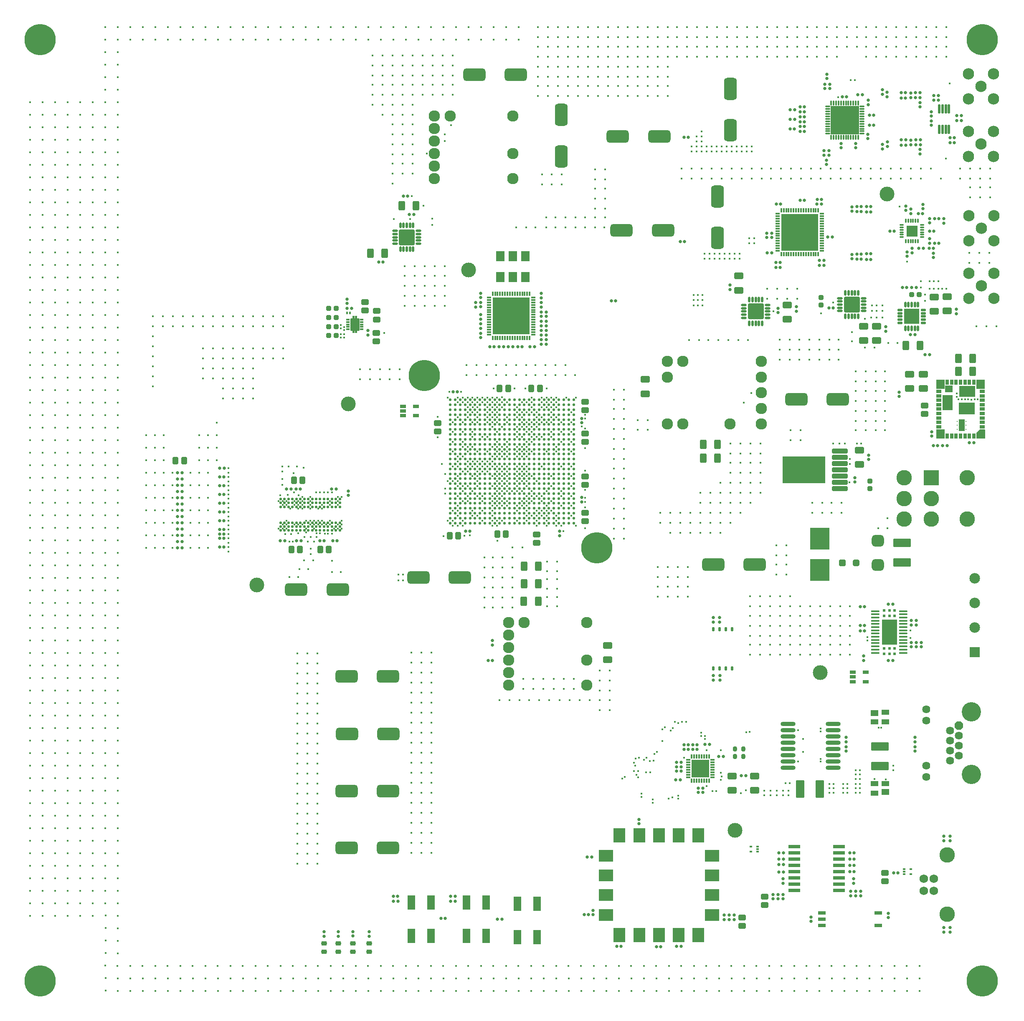
<source format=gbr>
%TF.GenerationSoftware,Altium Limited,Altium Designer,23.11.1 (41)*%
G04 Layer_Color=8388736*
%FSLAX45Y45*%
%MOMM*%
%TF.SameCoordinates,75D3B97C-BFDA-4FAF-9EB3-CC348FD6A853*%
%TF.FilePolarity,Negative*%
%TF.FileFunction,Soldermask,Top*%
%TF.Part,Single*%
G01*
G75*
%TA.AperFunction,SMDPad,CuDef*%
G04:AMPARAMS|DCode=30|XSize=3.15mm|YSize=3.15mm|CornerRadius=0.1575mm|HoleSize=0mm|Usage=FLASHONLY|Rotation=90.000|XOffset=0mm|YOffset=0mm|HoleType=Round|Shape=RoundedRectangle|*
%AMROUNDEDRECTD30*
21,1,3.15000,2.83500,0,0,90.0*
21,1,2.83500,3.15000,0,0,90.0*
1,1,0.31500,1.41750,1.41750*
1,1,0.31500,1.41750,-1.41750*
1,1,0.31500,-1.41750,-1.41750*
1,1,0.31500,-1.41750,1.41750*
%
%ADD30ROUNDEDRECTD30*%
G04:AMPARAMS|DCode=31|XSize=3.15mm|YSize=3.15mm|CornerRadius=0.1575mm|HoleSize=0mm|Usage=FLASHONLY|Rotation=180.000|XOffset=0mm|YOffset=0mm|HoleType=Round|Shape=RoundedRectangle|*
%AMROUNDEDRECTD31*
21,1,3.15000,2.83500,0,0,180.0*
21,1,2.83500,3.15000,0,0,180.0*
1,1,0.31500,-1.41750,1.41750*
1,1,0.31500,1.41750,1.41750*
1,1,0.31500,1.41750,-1.41750*
1,1,0.31500,-1.41750,-1.41750*
%
%ADD31ROUNDEDRECTD31*%
%ADD47R,3.15000X3.15000*%
%TA.AperFunction,NonConductor*%
%ADD123R,3.09997X5.16001*%
%TA.AperFunction,SMDPad,CuDef*%
%ADD124O,1.70160X0.40160*%
G04:AMPARAMS|DCode=125|XSize=0.6096mm|YSize=0.6096mm|CornerRadius=0.2032mm|HoleSize=0mm|Usage=FLASHONLY|Rotation=90.000|XOffset=0mm|YOffset=0mm|HoleType=Round|Shape=RoundedRectangle|*
%AMROUNDEDRECTD125*
21,1,0.60960,0.20320,0,0,90.0*
21,1,0.20320,0.60960,0,0,90.0*
1,1,0.40640,0.10160,0.10160*
1,1,0.40640,0.10160,-0.10160*
1,1,0.40640,-0.10160,-0.10160*
1,1,0.40640,-0.10160,0.10160*
%
%ADD125ROUNDEDRECTD125*%
G04:AMPARAMS|DCode=126|XSize=0.6096mm|YSize=0.6096mm|CornerRadius=0.2032mm|HoleSize=0mm|Usage=FLASHONLY|Rotation=0.000|XOffset=0mm|YOffset=0mm|HoleType=Round|Shape=RoundedRectangle|*
%AMROUNDEDRECTD126*
21,1,0.60960,0.20320,0,0,0.0*
21,1,0.20320,0.60960,0,0,0.0*
1,1,0.40640,0.10160,-0.10160*
1,1,0.40640,-0.10160,-0.10160*
1,1,0.40640,-0.10160,0.10160*
1,1,0.40640,0.10160,0.10160*
%
%ADD126ROUNDEDRECTD126*%
%ADD127R,1.54000X2.89000*%
G04:AMPARAMS|DCode=128|XSize=1.4986mm|YSize=1.1938mm|CornerRadius=0.25286mm|HoleSize=0mm|Usage=FLASHONLY|Rotation=180.000|XOffset=0mm|YOffset=0mm|HoleType=Round|Shape=RoundedRectangle|*
%AMROUNDEDRECTD128*
21,1,1.49860,0.68809,0,0,180.0*
21,1,0.99289,1.19380,0,0,180.0*
1,1,0.50571,-0.49644,0.34404*
1,1,0.50571,0.49644,0.34404*
1,1,0.50571,0.49644,-0.34404*
1,1,0.50571,-0.49644,-0.34404*
%
%ADD128ROUNDEDRECTD128*%
G04:AMPARAMS|DCode=129|XSize=4.5016mm|YSize=2.6016mm|CornerRadius=0.6758mm|HoleSize=0mm|Usage=FLASHONLY|Rotation=0.000|XOffset=0mm|YOffset=0mm|HoleType=Round|Shape=RoundedRectangle|*
%AMROUNDEDRECTD129*
21,1,4.50160,1.25000,0,0,0.0*
21,1,3.15000,2.60160,0,0,0.0*
1,1,1.35160,1.57500,-0.62500*
1,1,1.35160,-1.57500,-0.62500*
1,1,1.35160,-1.57500,0.62500*
1,1,1.35160,1.57500,0.62500*
%
%ADD129ROUNDEDRECTD129*%
G04:AMPARAMS|DCode=130|XSize=1.905mm|YSize=1.2954mm|CornerRadius=0.25375mm|HoleSize=0mm|Usage=FLASHONLY|Rotation=90.000|XOffset=0mm|YOffset=0mm|HoleType=Round|Shape=RoundedRectangle|*
%AMROUNDEDRECTD130*
21,1,1.90500,0.78791,0,0,90.0*
21,1,1.39751,1.29540,0,0,90.0*
1,1,0.50749,0.39395,0.69875*
1,1,0.50749,0.39395,-0.69875*
1,1,0.50749,-0.39395,-0.69875*
1,1,0.50749,-0.39395,0.69875*
%
%ADD130ROUNDEDRECTD130*%
G04:AMPARAMS|DCode=131|XSize=1.905mm|YSize=1.2954mm|CornerRadius=0.25375mm|HoleSize=0mm|Usage=FLASHONLY|Rotation=180.000|XOffset=0mm|YOffset=0mm|HoleType=Round|Shape=RoundedRectangle|*
%AMROUNDEDRECTD131*
21,1,1.90500,0.78791,0,0,180.0*
21,1,1.39751,1.29540,0,0,180.0*
1,1,0.50749,-0.69875,0.39395*
1,1,0.50749,0.69875,0.39395*
1,1,0.50749,0.69875,-0.39395*
1,1,0.50749,-0.69875,-0.39395*
%
%ADD131ROUNDEDRECTD131*%
G04:AMPARAMS|DCode=132|XSize=1.1016mm|YSize=0.9016mm|CornerRadius=0.2508mm|HoleSize=0mm|Usage=FLASHONLY|Rotation=0.000|XOffset=0mm|YOffset=0mm|HoleType=Round|Shape=RoundedRectangle|*
%AMROUNDEDRECTD132*
21,1,1.10160,0.40000,0,0,0.0*
21,1,0.60000,0.90160,0,0,0.0*
1,1,0.50160,0.30000,-0.20000*
1,1,0.50160,-0.30000,-0.20000*
1,1,0.50160,-0.30000,0.20000*
1,1,0.50160,0.30000,0.20000*
%
%ADD132ROUNDEDRECTD132*%
%ADD133R,1.74000X1.84000*%
%ADD134R,1.09000X0.74000*%
%ADD135R,0.74000X1.09000*%
%ADD136R,3.24000X2.34000*%
%ADD137R,3.20000X2.30000*%
%ADD138R,2.14000X3.15000*%
%ADD139R,1.50000X1.34000*%
%ADD140R,1.24000X2.39000*%
G04:AMPARAMS|DCode=141|XSize=0.49mm|YSize=1.14mm|CornerRadius=0.1575mm|HoleSize=0mm|Usage=FLASHONLY|Rotation=90.000|XOffset=0mm|YOffset=0mm|HoleType=Round|Shape=RoundedRectangle|*
%AMROUNDEDRECTD141*
21,1,0.49000,0.82500,0,0,90.0*
21,1,0.17500,1.14000,0,0,90.0*
1,1,0.31500,0.41250,0.08750*
1,1,0.31500,0.41250,-0.08750*
1,1,0.31500,-0.41250,-0.08750*
1,1,0.31500,-0.41250,0.08750*
%
%ADD141ROUNDEDRECTD141*%
G04:AMPARAMS|DCode=142|XSize=0.49mm|YSize=1.14mm|CornerRadius=0.1575mm|HoleSize=0mm|Usage=FLASHONLY|Rotation=0.000|XOffset=0mm|YOffset=0mm|HoleType=Round|Shape=RoundedRectangle|*
%AMROUNDEDRECTD142*
21,1,0.49000,0.82500,0,0,0.0*
21,1,0.17500,1.14000,0,0,0.0*
1,1,0.31500,0.08750,-0.41250*
1,1,0.31500,-0.08750,-0.41250*
1,1,0.31500,-0.08750,0.41250*
1,1,0.31500,0.08750,0.41250*
%
%ADD142ROUNDEDRECTD142*%
G04:AMPARAMS|DCode=143|XSize=4.5016mm|YSize=2.6016mm|CornerRadius=0.6758mm|HoleSize=0mm|Usage=FLASHONLY|Rotation=270.000|XOffset=0mm|YOffset=0mm|HoleType=Round|Shape=RoundedRectangle|*
%AMROUNDEDRECTD143*
21,1,4.50160,1.25000,0,0,270.0*
21,1,3.15000,2.60160,0,0,270.0*
1,1,1.35160,-0.62500,-1.57500*
1,1,1.35160,-0.62500,1.57500*
1,1,1.35160,0.62500,1.57500*
1,1,1.35160,0.62500,-1.57500*
%
%ADD143ROUNDEDRECTD143*%
%TA.AperFunction,BGAPad,CuDef*%
%ADD144C,2.29900*%
%TA.AperFunction,SMDPad,CuDef*%
%ADD145R,1.19000X0.74000*%
G04:AMPARAMS|DCode=146|XSize=2.4632mm|YSize=2.3632mm|CornerRadius=0.6416mm|HoleSize=0mm|Usage=FLASHONLY|Rotation=180.000|XOffset=0mm|YOffset=0mm|HoleType=Round|Shape=RoundedRectangle|*
%AMROUNDEDRECTD146*
21,1,2.46320,1.08000,0,0,180.0*
21,1,1.18000,2.36320,0,0,180.0*
1,1,1.28320,-0.59000,0.54000*
1,1,1.28320,0.59000,0.54000*
1,1,1.28320,0.59000,-0.54000*
1,1,1.28320,-0.59000,-0.54000*
%
%ADD146ROUNDEDRECTD146*%
%ADD147C,3.00000*%
G04:AMPARAMS|DCode=148|XSize=0.38mm|YSize=0.74mm|CornerRadius=0.1192mm|HoleSize=0mm|Usage=FLASHONLY|Rotation=90.000|XOffset=0mm|YOffset=0mm|HoleType=Round|Shape=RoundedRectangle|*
%AMROUNDEDRECTD148*
21,1,0.38000,0.50160,0,0,90.0*
21,1,0.14160,0.74000,0,0,90.0*
1,1,0.23840,0.25080,0.07080*
1,1,0.23840,0.25080,-0.07080*
1,1,0.23840,-0.25080,-0.07080*
1,1,0.23840,-0.25080,0.07080*
%
%ADD148ROUNDEDRECTD148*%
G04:AMPARAMS|DCode=149|XSize=2.54mm|YSize=1.79mm|CornerRadius=0.11125mm|HoleSize=0mm|Usage=FLASHONLY|Rotation=90.000|XOffset=0mm|YOffset=0mm|HoleType=Round|Shape=RoundedRectangle|*
%AMROUNDEDRECTD149*
21,1,2.54000,1.56750,0,0,90.0*
21,1,2.31750,1.79000,0,0,90.0*
1,1,0.22250,0.78375,1.15875*
1,1,0.22250,0.78375,-1.15875*
1,1,0.22250,-0.78375,-1.15875*
1,1,0.22250,-0.78375,1.15875*
%
%ADD149ROUNDEDRECTD149*%
G04:AMPARAMS|DCode=150|XSize=0.9906mm|YSize=0.9652mm|CornerRadius=0.20193mm|HoleSize=0mm|Usage=FLASHONLY|Rotation=0.000|XOffset=0mm|YOffset=0mm|HoleType=Round|Shape=RoundedRectangle|*
%AMROUNDEDRECTD150*
21,1,0.99060,0.56134,0,0,0.0*
21,1,0.58674,0.96520,0,0,0.0*
1,1,0.40386,0.29337,-0.28067*
1,1,0.40386,-0.29337,-0.28067*
1,1,0.40386,-0.29337,0.28067*
1,1,0.40386,0.29337,0.28067*
%
%ADD150ROUNDEDRECTD150*%
%ADD151R,0.40640X0.55880*%
G04:AMPARAMS|DCode=152|XSize=1.4986mm|YSize=1.1938mm|CornerRadius=0.25286mm|HoleSize=0mm|Usage=FLASHONLY|Rotation=270.000|XOffset=0mm|YOffset=0mm|HoleType=Round|Shape=RoundedRectangle|*
%AMROUNDEDRECTD152*
21,1,1.49860,0.68809,0,0,270.0*
21,1,0.99289,1.19380,0,0,270.0*
1,1,0.50571,-0.34404,-0.49644*
1,1,0.50571,-0.34404,0.49644*
1,1,0.50571,0.34404,0.49644*
1,1,0.50571,0.34404,-0.49644*
%
%ADD152ROUNDEDRECTD152*%
%TA.AperFunction,BGAPad,CuDef*%
%ADD153C,0.55160*%
%ADD154C,0.55000*%
%TA.AperFunction,SMDPad,CuDef*%
%ADD155O,0.54999X0.55000*%
G04:AMPARAMS|DCode=156|XSize=0.54mm|YSize=0.84mm|CornerRadius=0.17mm|HoleSize=0mm|Usage=FLASHONLY|Rotation=180.000|XOffset=0mm|YOffset=0mm|HoleType=Round|Shape=RoundedRectangle|*
%AMROUNDEDRECTD156*
21,1,0.54000,0.50000,0,0,180.0*
21,1,0.20000,0.84000,0,0,180.0*
1,1,0.34000,-0.10000,0.25000*
1,1,0.34000,0.10000,0.25000*
1,1,0.34000,0.10000,-0.25000*
1,1,0.34000,-0.10000,-0.25000*
%
%ADD156ROUNDEDRECTD156*%
%ADD157R,1.69000X2.09000*%
G04:AMPARAMS|DCode=158|XSize=1.09mm|YSize=0.44mm|CornerRadius=0.145mm|HoleSize=0mm|Usage=FLASHONLY|Rotation=180.000|XOffset=0mm|YOffset=0mm|HoleType=Round|Shape=RoundedRectangle|*
%AMROUNDEDRECTD158*
21,1,1.09000,0.15000,0,0,180.0*
21,1,0.80000,0.44000,0,0,180.0*
1,1,0.29000,-0.40000,0.07500*
1,1,0.29000,0.40000,0.07500*
1,1,0.29000,0.40000,-0.07500*
1,1,0.29000,-0.40000,-0.07500*
%
%ADD158ROUNDEDRECTD158*%
%ADD159O,0.94000X0.37000*%
%ADD160O,0.37000X0.94000*%
%ADD161R,7.54000X7.54000*%
%ADD162O,0.54000X1.94000*%
%ADD163R,7.54000X7.54000*%
%ADD164R,2.25000X2.25000*%
%ADD165O,0.35000X0.95000*%
%ADD166O,0.95000X0.35000*%
G04:AMPARAMS|DCode=167|XSize=0.608mm|YSize=0.608mm|CornerRadius=0.2024mm|HoleSize=0mm|Usage=FLASHONLY|Rotation=90.000|XOffset=0mm|YOffset=0mm|HoleType=Round|Shape=RoundedRectangle|*
%AMROUNDEDRECTD167*
21,1,0.60800,0.20320,0,0,90.0*
21,1,0.20320,0.60800,0,0,90.0*
1,1,0.40480,0.10160,0.10160*
1,1,0.40480,0.10160,-0.10160*
1,1,0.40480,-0.10160,-0.10160*
1,1,0.40480,-0.10160,0.10160*
%
%ADD167ROUNDEDRECTD167*%
%ADD168O,0.99000X0.42000*%
%ADD169R,5.74000X5.74000*%
%ADD170O,0.42000X0.99000*%
G04:AMPARAMS|DCode=171|XSize=0.9906mm|YSize=0.9652mm|CornerRadius=0.20193mm|HoleSize=0mm|Usage=FLASHONLY|Rotation=270.000|XOffset=0mm|YOffset=0mm|HoleType=Round|Shape=RoundedRectangle|*
%AMROUNDEDRECTD171*
21,1,0.99060,0.56134,0,0,270.0*
21,1,0.58674,0.96520,0,0,270.0*
1,1,0.40386,-0.28067,-0.29337*
1,1,0.40386,-0.28067,0.29337*
1,1,0.40386,0.28067,0.29337*
1,1,0.40386,0.28067,-0.29337*
%
%ADD171ROUNDEDRECTD171*%
%ADD172O,3.02260X0.86360*%
%ADD173R,1.50160X1.30160*%
%ADD174R,1.50160X1.10160*%
G04:AMPARAMS|DCode=175|XSize=0.4mm|YSize=0.55mm|CornerRadius=0.125mm|HoleSize=0mm|Usage=FLASHONLY|Rotation=90.000|XOffset=0mm|YOffset=0mm|HoleType=Round|Shape=RoundedRectangle|*
%AMROUNDEDRECTD175*
21,1,0.40000,0.30000,0,0,90.0*
21,1,0.15000,0.55000,0,0,90.0*
1,1,0.25000,0.15000,0.07500*
1,1,0.25000,0.15000,-0.07500*
1,1,0.25000,-0.15000,-0.07500*
1,1,0.25000,-0.15000,0.07500*
%
%ADD175ROUNDEDRECTD175*%
%ADD176R,2.44000X2.94000*%
%ADD177R,2.94000X2.44000*%
%ADD178R,1.52000X0.74000*%
G04:AMPARAMS|DCode=179|XSize=1.7mm|YSize=3.6mm|CornerRadius=0.25mm|HoleSize=0mm|Usage=FLASHONLY|Rotation=180.000|XOffset=0mm|YOffset=0mm|HoleType=Round|Shape=RoundedRectangle|*
%AMROUNDEDRECTD179*
21,1,1.70000,3.10000,0,0,180.0*
21,1,1.20000,3.60000,0,0,180.0*
1,1,0.50000,-0.60000,1.55000*
1,1,0.50000,0.60000,1.55000*
1,1,0.50000,0.60000,-1.55000*
1,1,0.50000,-0.60000,-1.55000*
%
%ADD179ROUNDEDRECTD179*%
G04:AMPARAMS|DCode=180|XSize=1.7mm|YSize=3.6mm|CornerRadius=0.25mm|HoleSize=0mm|Usage=FLASHONLY|Rotation=270.000|XOffset=0mm|YOffset=0mm|HoleType=Round|Shape=RoundedRectangle|*
%AMROUNDEDRECTD180*
21,1,1.70000,3.10000,0,0,270.0*
21,1,1.20000,3.60000,0,0,270.0*
1,1,0.50000,-1.55000,-0.60000*
1,1,0.50000,-1.55000,0.60000*
1,1,0.50000,1.55000,0.60000*
1,1,0.50000,1.55000,-0.60000*
%
%ADD180ROUNDEDRECTD180*%
G04:AMPARAMS|DCode=181|XSize=3.5016mm|YSize=3.5016mm|CornerRadius=0mm|HoleSize=0mm|Usage=FLASHONLY|Rotation=180.000|XOffset=0mm|YOffset=0mm|HoleType=Round|Shape=RoundedRectangle|*
%AMROUNDEDRECTD181*
21,1,3.50160,3.50160,0,0,180.0*
21,1,3.50160,3.50160,0,0,180.0*
1,1,0.00000,-1.75080,1.75080*
1,1,0.00000,1.75080,1.75080*
1,1,0.00000,1.75080,-1.75080*
1,1,0.00000,-1.75080,-1.75080*
%
%ADD181ROUNDEDRECTD181*%
%ADD182R,0.35160X0.90160*%
%ADD183R,0.90160X0.35160*%
G04:AMPARAMS|DCode=184|XSize=0.79mm|YSize=0.99mm|CornerRadius=0.2325mm|HoleSize=0mm|Usage=FLASHONLY|Rotation=180.000|XOffset=0mm|YOffset=0mm|HoleType=Round|Shape=RoundedRectangle|*
%AMROUNDEDRECTD184*
21,1,0.79000,0.52500,0,0,180.0*
21,1,0.32500,0.99000,0,0,180.0*
1,1,0.46500,-0.16250,0.26250*
1,1,0.46500,0.16250,0.26250*
1,1,0.46500,0.16250,-0.26250*
1,1,0.46500,-0.16250,-0.26250*
%
%ADD184ROUNDEDRECTD184*%
%ADD185R,8.67999X5.49000*%
G04:AMPARAMS|DCode=186|XSize=3.2mm|YSize=1.03mm|CornerRadius=0.2925mm|HoleSize=0mm|Usage=FLASHONLY|Rotation=180.000|XOffset=0mm|YOffset=0mm|HoleType=Round|Shape=RoundedRectangle|*
%AMROUNDEDRECTD186*
21,1,3.20000,0.44500,0,0,180.0*
21,1,2.61500,1.03000,0,0,180.0*
1,1,0.58500,-1.30750,0.22250*
1,1,0.58500,1.30750,0.22250*
1,1,0.58500,1.30750,-0.22250*
1,1,0.58500,-1.30750,-0.22250*
%
%ADD186ROUNDEDRECTD186*%
%ADD187R,2.43900X0.69900*%
G04:AMPARAMS|DCode=188|XSize=1.34mm|YSize=1.34mm|CornerRadius=0.25mm|HoleSize=0mm|Usage=FLASHONLY|Rotation=270.000|XOffset=0mm|YOffset=0mm|HoleType=Round|Shape=RoundedRectangle|*
%AMROUNDEDRECTD188*
21,1,1.34000,0.84000,0,0,270.0*
21,1,0.84000,1.34000,0,0,270.0*
1,1,0.50000,-0.42000,-0.42000*
1,1,0.50000,-0.42000,0.42000*
1,1,0.50000,0.42000,0.42000*
1,1,0.50000,0.42000,-0.42000*
%
%ADD188ROUNDEDRECTD188*%
G04:AMPARAMS|DCode=189|XSize=1.34mm|YSize=1.34mm|CornerRadius=0.37mm|HoleSize=0mm|Usage=FLASHONLY|Rotation=270.000|XOffset=0mm|YOffset=0mm|HoleType=Round|Shape=RoundedRectangle|*
%AMROUNDEDRECTD189*
21,1,1.34000,0.60000,0,0,270.0*
21,1,0.60000,1.34000,0,0,270.0*
1,1,0.74000,-0.30000,-0.30000*
1,1,0.74000,-0.30000,0.30000*
1,1,0.74000,0.30000,0.30000*
1,1,0.74000,0.30000,-0.30000*
%
%ADD189ROUNDEDRECTD189*%
%ADD190R,4.01320X4.44500*%
%TA.AperFunction,ComponentPad*%
%ADD191C,6.34000*%
%ADD192C,2.30160*%
%ADD193C,3.91160*%
G04:AMPARAMS|DCode=194|XSize=1.6256mm|YSize=1.6256mm|CornerRadius=0mm|HoleSize=0mm|Usage=FLASHONLY|Rotation=90.000|XOffset=0mm|YOffset=0mm|HoleType=Round|Shape=Octagon|*
%AMOCTAGOND194*
4,1,8,0.40640,0.81280,-0.40640,0.81280,-0.81280,0.40640,-0.81280,-0.40640,-0.40640,-0.81280,0.40640,-0.81280,0.81280,-0.40640,0.81280,0.40640,0.40640,0.81280,0.0*
%
%ADD194OCTAGOND194*%

%ADD195C,1.62560*%
%ADD196C,3.14000*%
%ADD197C,1.74000*%
%ADD198C,0.70160*%
%ADD199R,2.14500X2.14500*%
%ADD200C,2.14500*%
%ADD201C,3.13720*%
%ADD202R,3.14000X3.14000*%
%TA.AperFunction,ViaPad*%
%ADD203C,0.40640*%
%ADD204C,0.60160*%
%ADD205C,0.30000*%
%ADD206C,0.66040*%
%ADD207C,0.60960*%
G36*
X6822393Y13958797D02*
X6822669D01*
X6822941Y13958752D01*
X6823216Y13958733D01*
X6823485Y13958667D01*
X6823757Y13958624D01*
X6824020Y13958539D01*
X6824288Y13958475D01*
X6824542Y13958369D01*
X6824805Y13958284D01*
X6826643Y13957523D01*
X6826890Y13957397D01*
X6827143Y13957292D01*
X6827377Y13957149D01*
X6827624Y13957022D01*
X6827849Y13956859D01*
X6828083Y13956715D01*
X6828291Y13956537D01*
X6828516Y13956375D01*
X6828712Y13956178D01*
X6828921Y13956000D01*
X6830327Y13954594D01*
X6830507Y13954382D01*
X6830701Y13954189D01*
X6830863Y13953966D01*
X6831043Y13953757D01*
X6831186Y13953522D01*
X6831349Y13953297D01*
X6831475Y13953050D01*
X6831619Y13952815D01*
X6831723Y13952563D01*
X6831849Y13952316D01*
X6832610Y13950478D01*
X6832696Y13950217D01*
X6832801Y13949960D01*
X6832866Y13949693D01*
X6832951Y13949431D01*
X6832994Y13949159D01*
X6833059Y13948889D01*
X6833081Y13948611D01*
X6833123Y13948341D01*
Y13948068D01*
X6833145Y13947791D01*
Y13946797D01*
Y13616797D01*
Y13615802D01*
X6833123Y13615527D01*
Y13615251D01*
X6833080Y13614980D01*
X6833059Y13614703D01*
X6832994Y13614435D01*
X6832951Y13614163D01*
X6832866Y13613901D01*
X6832801Y13613632D01*
X6832696Y13613377D01*
X6832611Y13613115D01*
X6831849Y13611276D01*
X6831724Y13611031D01*
X6831619Y13610777D01*
X6831475Y13610542D01*
X6831349Y13610297D01*
X6831186Y13610071D01*
X6831043Y13609837D01*
X6830864Y13609628D01*
X6830702Y13609404D01*
X6830506Y13609209D01*
X6830327Y13609000D01*
X6828921Y13607593D01*
X6828712Y13607414D01*
X6828515Y13607217D01*
X6828291Y13607056D01*
X6828083Y13606877D01*
X6827848Y13606734D01*
X6827624Y13606570D01*
X6827378Y13606445D01*
X6827143Y13606300D01*
X6826888Y13606197D01*
X6826642Y13606070D01*
X6824804Y13605309D01*
X6824541Y13605225D01*
X6824288Y13605119D01*
X6824020Y13605055D01*
X6823756Y13604968D01*
X6823484Y13604926D01*
X6823216Y13604861D01*
X6822940Y13604840D01*
X6822668Y13604797D01*
X6822393D01*
X6822118Y13604774D01*
X6805129D01*
X6804854Y13604797D01*
X6804578D01*
X6804306Y13604840D01*
X6804031Y13604861D01*
X6803763Y13604926D01*
X6803490Y13604968D01*
X6803227Y13605055D01*
X6802959Y13605119D01*
X6802705Y13605225D01*
X6802443Y13605309D01*
X6800605Y13606070D01*
X6800357Y13606197D01*
X6800103Y13606300D01*
X6799870Y13606445D01*
X6799623Y13606570D01*
X6799398Y13606734D01*
X6799164Y13606877D01*
X6798956Y13607056D01*
X6798732Y13607217D01*
X6798535Y13607414D01*
X6798326Y13607593D01*
X6796920Y13609000D01*
X6796741Y13609209D01*
X6796545Y13609406D01*
X6796382Y13609628D01*
X6796204Y13609837D01*
X6796060Y13610072D01*
X6795897Y13610297D01*
X6795772Y13610542D01*
X6795628Y13610777D01*
X6795523Y13611032D01*
X6795397Y13611278D01*
X6794636Y13613116D01*
X6794551Y13613379D01*
X6794446Y13613632D01*
X6794381Y13613901D01*
X6794296Y13614165D01*
X6794253Y13614436D01*
X6794188Y13614703D01*
X6794167Y13614980D01*
X6794124Y13615253D01*
Y13615527D01*
X6794102Y13615802D01*
Y13616797D01*
Y13946797D01*
Y13947791D01*
X6794124Y13948067D01*
Y13948341D01*
X6794167Y13948615D01*
X6794188Y13948889D01*
X6794253Y13949158D01*
X6794296Y13949429D01*
X6794381Y13949693D01*
X6794446Y13949960D01*
X6794551Y13950214D01*
X6794636Y13950478D01*
X6795397Y13952315D01*
X6795523Y13952562D01*
X6795628Y13952815D01*
X6795772Y13953050D01*
X6795897Y13953297D01*
X6796061Y13953522D01*
X6796204Y13953757D01*
X6796382Y13953964D01*
X6796545Y13954189D01*
X6796741Y13954385D01*
X6796920Y13954594D01*
X6798326Y13956000D01*
X6798537Y13956180D01*
X6798731Y13956374D01*
X6798954Y13956535D01*
X6799164Y13956715D01*
X6799398Y13956859D01*
X6799622Y13957022D01*
X6799870Y13957149D01*
X6800103Y13957292D01*
X6800357Y13957397D01*
X6800604Y13957523D01*
X6802442Y13958282D01*
X6802704Y13958369D01*
X6802959Y13958475D01*
X6803227Y13958539D01*
X6803489Y13958624D01*
X6803761Y13958667D01*
X6804031Y13958733D01*
X6804308Y13958754D01*
X6804578Y13958797D01*
X6804852D01*
X6805129Y13958818D01*
X6822118D01*
X6822393Y13958797D01*
D02*
G37*
G36*
X6872393D02*
X6872669D01*
X6872942Y13958752D01*
X6873216Y13958733D01*
X6873485Y13958667D01*
X6873757Y13958624D01*
X6874020Y13958539D01*
X6874288Y13958475D01*
X6874542Y13958369D01*
X6874805Y13958284D01*
X6876643Y13957523D01*
X6876890Y13957397D01*
X6877143Y13957292D01*
X6877377Y13957149D01*
X6877625Y13957022D01*
X6877849Y13956859D01*
X6878083Y13956715D01*
X6878292Y13956537D01*
X6878516Y13956375D01*
X6878712Y13956178D01*
X6878921Y13956000D01*
X6880327Y13954594D01*
X6880507Y13954382D01*
X6880702Y13954189D01*
X6880863Y13953966D01*
X6881043Y13953757D01*
X6881186Y13953522D01*
X6881349Y13953297D01*
X6881475Y13953050D01*
X6881619Y13952815D01*
X6881724Y13952563D01*
X6881850Y13952316D01*
X6882611Y13950478D01*
X6882696Y13950217D01*
X6882802Y13949960D01*
X6882866Y13949693D01*
X6882951Y13949431D01*
X6882994Y13949159D01*
X6883059Y13948889D01*
X6883081Y13948611D01*
X6883123Y13948341D01*
Y13948068D01*
X6883145Y13947791D01*
Y13946797D01*
Y13616797D01*
Y13615802D01*
X6883124Y13615527D01*
Y13615251D01*
X6883080Y13614980D01*
X6883059Y13614703D01*
X6882994Y13614435D01*
X6882951Y13614163D01*
X6882866Y13613901D01*
X6882802Y13613632D01*
X6882696Y13613377D01*
X6882611Y13613115D01*
X6881850Y13611276D01*
X6881724Y13611031D01*
X6881619Y13610777D01*
X6881475Y13610542D01*
X6881349Y13610297D01*
X6881186Y13610071D01*
X6881043Y13609837D01*
X6880865Y13609628D01*
X6880702Y13609404D01*
X6880506Y13609209D01*
X6880327Y13609000D01*
X6878921Y13607593D01*
X6878712Y13607414D01*
X6878515Y13607217D01*
X6878292Y13607056D01*
X6878083Y13606877D01*
X6877848Y13606734D01*
X6877624Y13606570D01*
X6877378Y13606445D01*
X6877143Y13606300D01*
X6876888Y13606197D01*
X6876642Y13606070D01*
X6874804Y13605309D01*
X6874541Y13605225D01*
X6874288Y13605119D01*
X6874020Y13605055D01*
X6873757Y13604968D01*
X6873484Y13604926D01*
X6873216Y13604861D01*
X6872941Y13604840D01*
X6872668Y13604797D01*
X6872393D01*
X6872118Y13604774D01*
X6855129D01*
X6854854Y13604797D01*
X6854579D01*
X6854306Y13604840D01*
X6854031Y13604861D01*
X6853763Y13604926D01*
X6853490Y13604968D01*
X6853227Y13605055D01*
X6852959Y13605119D01*
X6852706Y13605225D01*
X6852443Y13605309D01*
X6850605Y13606070D01*
X6850358Y13606197D01*
X6850104Y13606300D01*
X6849870Y13606445D01*
X6849623Y13606570D01*
X6849398Y13606734D01*
X6849164Y13606877D01*
X6848956Y13607056D01*
X6848732Y13607217D01*
X6848535Y13607414D01*
X6848326Y13607593D01*
X6846920Y13609000D01*
X6846741Y13609209D01*
X6846545Y13609406D01*
X6846382Y13609628D01*
X6846204Y13609837D01*
X6846060Y13610072D01*
X6845897Y13610297D01*
X6845772Y13610542D01*
X6845628Y13610777D01*
X6845523Y13611032D01*
X6845397Y13611278D01*
X6844636Y13613116D01*
X6844551Y13613379D01*
X6844446Y13613632D01*
X6844382Y13613901D01*
X6844296Y13614165D01*
X6844253Y13614436D01*
X6844188Y13614703D01*
X6844167Y13614980D01*
X6844124Y13615253D01*
Y13615527D01*
X6844102Y13615802D01*
Y13616797D01*
Y13946797D01*
Y13947791D01*
X6844124Y13948067D01*
Y13948341D01*
X6844167Y13948615D01*
X6844188Y13948889D01*
X6844253Y13949158D01*
X6844296Y13949429D01*
X6844382Y13949693D01*
X6844446Y13949960D01*
X6844551Y13950214D01*
X6844636Y13950478D01*
X6845397Y13952315D01*
X6845523Y13952562D01*
X6845628Y13952815D01*
X6845772Y13953050D01*
X6845897Y13953297D01*
X6846061Y13953522D01*
X6846204Y13953757D01*
X6846382Y13953964D01*
X6846545Y13954189D01*
X6846741Y13954385D01*
X6846920Y13954594D01*
X6848326Y13956000D01*
X6848537Y13956180D01*
X6848731Y13956374D01*
X6848954Y13956535D01*
X6849164Y13956715D01*
X6849398Y13956859D01*
X6849623Y13957022D01*
X6849870Y13957149D01*
X6850104Y13957292D01*
X6850357Y13957397D01*
X6850604Y13957523D01*
X6852442Y13958282D01*
X6852704Y13958369D01*
X6852959Y13958475D01*
X6853227Y13958539D01*
X6853489Y13958624D01*
X6853762Y13958667D01*
X6854031Y13958733D01*
X6854308Y13958754D01*
X6854578Y13958797D01*
X6854852D01*
X6855129Y13958818D01*
X6872118D01*
X6872393Y13958797D01*
D02*
G37*
G36*
X19610287Y11650694D02*
X19611359Y11650437D01*
X19611780Y11650262D01*
X19612376Y11650015D01*
X19613316Y11649439D01*
X19614153Y11648724D01*
Y11648724D01*
X19614154D01*
X19614870Y11647886D01*
X19615445Y11646946D01*
X19615692Y11646350D01*
X19615868Y11645929D01*
X19616124Y11644857D01*
X19616209Y11643759D01*
D01*
Y11643759D01*
Y11473759D01*
X19616124Y11472660D01*
X19615868Y11471589D01*
X19615445Y11470571D01*
X19614870Y11469631D01*
X19614154Y11468794D01*
X19613316Y11468078D01*
X19612376Y11467502D01*
X19611359Y11467081D01*
X19610287Y11466823D01*
X19609189Y11466737D01*
X19449190D01*
D01*
X19449188D01*
X19448090Y11466823D01*
X19447018Y11467081D01*
X19446001Y11467502D01*
X19445061Y11468078D01*
X19444225Y11468794D01*
X19443507Y11469631D01*
X19442932Y11470571D01*
X19442511Y11471589D01*
X19442253Y11472660D01*
X19442168Y11473759D01*
Y11473759D01*
D01*
X19442169Y11568759D01*
X19442194Y11569061D01*
X19442195Y11569360D01*
X19442235Y11569606D01*
X19442255Y11569857D01*
X19442326Y11570151D01*
X19442375Y11570447D01*
X19442455Y11570685D01*
X19442513Y11570928D01*
X19442628Y11571207D01*
X19442723Y11571493D01*
X19442838Y11571715D01*
X19442934Y11571946D01*
X19443091Y11572203D01*
X19443230Y11572471D01*
X19443381Y11572673D01*
X19443510Y11572886D01*
X19443706Y11573114D01*
X19443884Y11573357D01*
X19508882Y11648353D01*
X19509061Y11648529D01*
X19509222Y11648719D01*
X19509451Y11648914D01*
X19509666Y11649127D01*
X19509872Y11649273D01*
X19510062Y11649435D01*
X19510316Y11649592D01*
X19510564Y11649768D01*
X19510786Y11649880D01*
X19511002Y11650011D01*
X19511279Y11650126D01*
X19511548Y11650261D01*
X19511786Y11650336D01*
X19512019Y11650433D01*
X19512314Y11650503D01*
X19512599Y11650594D01*
X19512843Y11650631D01*
X19513091Y11650690D01*
X19513394Y11650714D01*
X19513689Y11650758D01*
X19513936Y11650756D01*
X19514188Y11650776D01*
X19609187Y11650780D01*
D01*
X19609189D01*
X19610287Y11650694D01*
D02*
G37*
D30*
X7892727Y15550806D02*
D03*
D31*
X16915366Y14183066D02*
D03*
X14968103Y14046107D02*
D03*
D47*
X18128987Y13945331D02*
D03*
D123*
X17675589Y7540837D02*
D03*
D124*
X17395589Y7963337D02*
D03*
Y7898339D02*
D03*
Y7833335D02*
D03*
Y7768337D02*
D03*
Y7703338D02*
D03*
Y7638339D02*
D03*
Y7573336D02*
D03*
Y7508337D02*
D03*
Y7443338D02*
D03*
Y7378340D02*
D03*
Y7313336D02*
D03*
Y7248338D02*
D03*
Y7183339D02*
D03*
Y7118335D02*
D03*
X17955591Y7963337D02*
D03*
Y7898339D02*
D03*
Y7833335D02*
D03*
Y7768337D02*
D03*
Y7703338D02*
D03*
Y7638339D02*
D03*
Y7573336D02*
D03*
Y7508337D02*
D03*
Y7443338D02*
D03*
Y7378340D02*
D03*
Y7313336D02*
D03*
Y7248338D02*
D03*
Y7183339D02*
D03*
Y7118335D02*
D03*
D125*
X17655540Y8108638D02*
D03*
X17744440D02*
D03*
X17655540Y6965638D02*
D03*
X17744440D02*
D03*
X17172940Y8057838D02*
D03*
X17084039D02*
D03*
X17172940Y7676838D02*
D03*
X17084039D02*
D03*
Y7562538D02*
D03*
X17172940D02*
D03*
X7321448Y15044241D02*
D03*
X7410348D02*
D03*
X18104544Y13574355D02*
D03*
X18193443D02*
D03*
X8035290Y16012003D02*
D03*
X7946390D02*
D03*
X16722090Y18399760D02*
D03*
X16810989D02*
D03*
X17039590Y18441919D02*
D03*
X17128490D02*
D03*
X7912389Y16383437D02*
D03*
X7823489D02*
D03*
X18490936Y13166417D02*
D03*
X18402037D02*
D03*
X13347701Y4536283D02*
D03*
X13436600D02*
D03*
X6772684Y14107858D02*
D03*
X6683784D02*
D03*
X6370752Y10445804D02*
D03*
X6459652D02*
D03*
X5418252Y9391701D02*
D03*
X5329352D02*
D03*
X6129452Y9391704D02*
D03*
X6218352D02*
D03*
X6478701Y9391705D02*
D03*
X6389801D02*
D03*
X5659550Y9391701D02*
D03*
X5748450D02*
D03*
X3335450Y9760001D02*
D03*
X3246550D02*
D03*
X3335450Y9887001D02*
D03*
X3246550D02*
D03*
X3335450Y9379001D02*
D03*
X3246550D02*
D03*
X3335450Y9252001D02*
D03*
X3246550D02*
D03*
X3335450Y9633001D02*
D03*
X3246550D02*
D03*
X3246551Y9506002D02*
D03*
X3335451D02*
D03*
X3335450Y10268001D02*
D03*
X3246550D02*
D03*
X3335450Y10522001D02*
D03*
X3246550D02*
D03*
Y10395001D02*
D03*
X3335450D02*
D03*
Y10776001D02*
D03*
X3246550D02*
D03*
X3335450Y10649001D02*
D03*
X3246550D02*
D03*
X3335450Y10141001D02*
D03*
X3246550D02*
D03*
X3335450Y10014001D02*
D03*
X3246550D02*
D03*
X4186350Y9531401D02*
D03*
X4097450D02*
D03*
X4186350Y9798101D02*
D03*
X4097450D02*
D03*
X4186350Y9975901D02*
D03*
X4097450D02*
D03*
X4186350Y9442501D02*
D03*
X4097450D02*
D03*
Y10153701D02*
D03*
X4186350D02*
D03*
Y10509301D02*
D03*
X4097450D02*
D03*
X4186350Y9264701D02*
D03*
X4097450D02*
D03*
X4188282Y10864944D02*
D03*
X4099382D02*
D03*
X4097450Y10687101D02*
D03*
X4186350D02*
D03*
X4097450Y10331501D02*
D03*
X4186350D02*
D03*
Y9620301D02*
D03*
X4097450D02*
D03*
X5456352Y10445804D02*
D03*
X5545252D02*
D03*
X5646850D02*
D03*
X5735750D02*
D03*
X8920911Y12416842D02*
D03*
X8832011D02*
D03*
X9081926Y9584527D02*
D03*
X9170826D02*
D03*
X9630415Y6958782D02*
D03*
X9541515D02*
D03*
X9665985Y13330779D02*
D03*
X9577085D02*
D03*
X12127230Y14257021D02*
D03*
X12038330D02*
D03*
X18027386Y14528897D02*
D03*
X17938487D02*
D03*
X18217886D02*
D03*
X18128987D02*
D03*
X18653638Y11322759D02*
D03*
X18564738D02*
D03*
X18844138D02*
D03*
X18755238D02*
D03*
X19300287Y11377369D02*
D03*
X19389188D02*
D03*
X8782049Y2080263D02*
D03*
X8870949D02*
D03*
X8782049Y2181860D02*
D03*
X8870949D02*
D03*
X7623809Y2075183D02*
D03*
X7712709D02*
D03*
X7621269Y2176780D02*
D03*
X7710169D02*
D03*
X8586469Y1732283D02*
D03*
X8675369D02*
D03*
X9732009Y1714503D02*
D03*
X9820909D02*
D03*
X10481325Y13330779D02*
D03*
X10392425D02*
D03*
X10141041D02*
D03*
X10229941D02*
D03*
X9765071D02*
D03*
X9853971D02*
D03*
X10041956D02*
D03*
X9953056D02*
D03*
X17362170Y18023840D02*
D03*
X17273270D02*
D03*
X17359630Y17820641D02*
D03*
X17270731D02*
D03*
X18667731Y18428902D02*
D03*
X18578830D02*
D03*
X18581371Y18329816D02*
D03*
X18670270D02*
D03*
X18903951Y17470119D02*
D03*
X18992850D02*
D03*
X19131915Y18018784D02*
D03*
X19043016D02*
D03*
X19132550Y17919699D02*
D03*
X19043649D02*
D03*
X18992850Y17569180D02*
D03*
X18903951D02*
D03*
X18581461Y15674339D02*
D03*
X18492561D02*
D03*
X17776190D02*
D03*
X17687289D02*
D03*
X16429265Y15557574D02*
D03*
X16518166D02*
D03*
X15289992Y15234920D02*
D03*
X15201093D02*
D03*
X16347440Y15082520D02*
D03*
X16258540D02*
D03*
X16348711Y14983435D02*
D03*
X16259810D02*
D03*
X16300450Y16321063D02*
D03*
X16211549D02*
D03*
X15867767Y16304691D02*
D03*
X15956668D02*
D03*
X16297910Y16221979D02*
D03*
X16209010D02*
D03*
X13434566Y15458440D02*
D03*
X13523465D02*
D03*
X15383510Y16221979D02*
D03*
X15472411D02*
D03*
X15375890Y15035205D02*
D03*
X15464790D02*
D03*
X15375890Y14936119D02*
D03*
X15464790D02*
D03*
X18263327Y16029877D02*
D03*
X18352226D02*
D03*
X18591647Y15927342D02*
D03*
X18680547D02*
D03*
X18591647Y15430501D02*
D03*
X18680547D02*
D03*
X18481039Y15325604D02*
D03*
X18569940D02*
D03*
X18274757D02*
D03*
X18363657D02*
D03*
X17018214Y15207146D02*
D03*
X17107115D02*
D03*
X17018214Y15108061D02*
D03*
X17107115D02*
D03*
X17017693Y16071655D02*
D03*
X17106593D02*
D03*
X17017693Y16170741D02*
D03*
X17106593D02*
D03*
X18208084Y18384067D02*
D03*
X18296983D02*
D03*
X18208084Y18483363D02*
D03*
X18296983D02*
D03*
X15865662Y17895798D02*
D03*
X15954561D02*
D03*
X15865057Y17697626D02*
D03*
X15953957D02*
D03*
X15866280Y17994882D02*
D03*
X15955179D02*
D03*
X15865057Y17796712D02*
D03*
X15953957D02*
D03*
X15866895Y18093968D02*
D03*
X15955795D02*
D03*
X15866280Y18193053D02*
D03*
X15955179D02*
D03*
X18213933Y17529222D02*
D03*
X18302834D02*
D03*
X18214703Y17430136D02*
D03*
X18303604D02*
D03*
X15666457Y18139200D02*
D03*
X15755356D02*
D03*
X15665839Y17946913D02*
D03*
X15754738D02*
D03*
X15664616Y17745081D02*
D03*
X15753516D02*
D03*
X12147550Y1165860D02*
D03*
X12236450D02*
D03*
X12952730Y1150620D02*
D03*
X13041631D02*
D03*
X11487150Y1803400D02*
D03*
X11576050D02*
D03*
X17849850Y2654300D02*
D03*
X17760950D02*
D03*
X13362939Y1163320D02*
D03*
X13451840D02*
D03*
X15436850Y3060700D02*
D03*
X15525751D02*
D03*
X15436850Y2933700D02*
D03*
X15525751D02*
D03*
X15436850Y2819400D02*
D03*
X15525751D02*
D03*
X15436850Y2667000D02*
D03*
X15525751D02*
D03*
X16871950Y3060700D02*
D03*
X16960851D02*
D03*
X16871950Y2933700D02*
D03*
X16960851D02*
D03*
X16871950Y2806700D02*
D03*
X16960851D02*
D03*
X16871950Y2679700D02*
D03*
X16960851D02*
D03*
X14674849Y4622800D02*
D03*
X14763750D02*
D03*
X14027150Y5257799D02*
D03*
X13938251D02*
D03*
X13451840Y4806196D02*
D03*
X13362939D02*
D03*
Y4895096D02*
D03*
X13451840D02*
D03*
X14306551Y5016499D02*
D03*
X14217650D02*
D03*
X13362939Y4717296D02*
D03*
X13451840D02*
D03*
X16538608Y14118062D02*
D03*
X16449709D02*
D03*
X11639550Y2971800D02*
D03*
X11550650D02*
D03*
X13601184Y17577727D02*
D03*
X13512283D02*
D03*
D126*
X18322290Y7327588D02*
D03*
Y7238688D02*
D03*
X18220689Y7772088D02*
D03*
Y7683188D02*
D03*
Y7327588D02*
D03*
Y7238688D02*
D03*
X18119090Y7772088D02*
D03*
Y7683188D02*
D03*
Y7238688D02*
D03*
Y7327588D02*
D03*
X17156503Y7053943D02*
D03*
Y6965043D02*
D03*
X18538205Y11605209D02*
D03*
Y11516309D02*
D03*
X7106258Y13567348D02*
D03*
Y13656247D02*
D03*
X15419395Y14108057D02*
D03*
Y14019157D02*
D03*
X17244060Y18332449D02*
D03*
Y18243550D02*
D03*
X15793719Y14139453D02*
D03*
Y14050552D02*
D03*
X17259274Y11039232D02*
D03*
Y11128132D02*
D03*
X17872588Y12319709D02*
D03*
Y12408609D02*
D03*
X6684002Y14206944D02*
D03*
Y14295844D02*
D03*
X6707300Y10312451D02*
D03*
Y10401351D02*
D03*
X11439736Y11873282D02*
D03*
Y11784382D02*
D03*
X11441861Y10269272D02*
D03*
Y10180372D02*
D03*
X10991011Y9584648D02*
D03*
Y9495748D02*
D03*
X9630415Y7366452D02*
D03*
Y7277552D02*
D03*
X14442232Y14490471D02*
D03*
Y14579372D02*
D03*
X19032291Y14000880D02*
D03*
Y14089781D02*
D03*
X14237180Y7833589D02*
D03*
Y7744689D02*
D03*
X14107637Y6566129D02*
D03*
Y6655029D02*
D03*
Y7744494D02*
D03*
Y7833394D02*
D03*
X14242261Y6655223D02*
D03*
Y6566323D02*
D03*
X10718815Y13568269D02*
D03*
Y13657169D02*
D03*
Y13380309D02*
D03*
Y13469209D02*
D03*
X9286255Y14226129D02*
D03*
Y14137228D02*
D03*
X10619755Y13944189D02*
D03*
Y14033089D02*
D03*
X10721355Y13944189D02*
D03*
Y14033089D02*
D03*
X10619755Y13756229D02*
D03*
Y13845129D02*
D03*
X10721355Y13756229D02*
D03*
Y13845129D02*
D03*
X10619755Y13380309D02*
D03*
Y13469209D02*
D03*
Y13568269D02*
D03*
Y13657169D02*
D03*
X9390395Y14228642D02*
D03*
Y14139743D02*
D03*
X10622295Y14411549D02*
D03*
Y14322649D02*
D03*
X10619755Y14223563D02*
D03*
Y14134663D02*
D03*
X9390395Y13514929D02*
D03*
Y13603828D02*
D03*
Y13702888D02*
D03*
Y13791789D02*
D03*
X9391665Y14416629D02*
D03*
Y14327728D02*
D03*
X9390395Y13890849D02*
D03*
Y13979749D02*
D03*
X17242899Y17552670D02*
D03*
Y17641570D02*
D03*
X18524220Y18098770D02*
D03*
Y18009869D02*
D03*
X18524219Y17821910D02*
D03*
Y17910809D02*
D03*
X18008575Y16094710D02*
D03*
Y16183611D02*
D03*
X18033975Y15253970D02*
D03*
Y15165070D02*
D03*
X18107660Y16029877D02*
D03*
Y16118776D02*
D03*
X18133060Y15236189D02*
D03*
Y15325090D02*
D03*
X15289992Y15543530D02*
D03*
Y15632430D02*
D03*
X15190907Y15543530D02*
D03*
Y15632430D02*
D03*
X16695421Y17366248D02*
D03*
Y17455147D02*
D03*
X16990764Y17366248D02*
D03*
Y17455147D02*
D03*
X18353897Y16128961D02*
D03*
Y16217860D02*
D03*
X18492561Y15839729D02*
D03*
Y15928629D02*
D03*
X18779633Y15927342D02*
D03*
Y15838441D02*
D03*
X18492561Y15519402D02*
D03*
Y15430501D02*
D03*
X18569940Y15226518D02*
D03*
Y15137617D02*
D03*
X16919130Y15202592D02*
D03*
Y15113693D02*
D03*
X16918608Y16166103D02*
D03*
Y16077202D02*
D03*
X18301028Y17331052D02*
D03*
Y17242151D02*
D03*
X18301065Y18284982D02*
D03*
Y18196082D02*
D03*
X17634171Y17393631D02*
D03*
Y17482532D02*
D03*
X17534909Y17343634D02*
D03*
Y17432533D02*
D03*
X18108998Y18384303D02*
D03*
Y18473203D02*
D03*
X18114848Y17429123D02*
D03*
Y17518024D02*
D03*
X17631630Y18492834D02*
D03*
Y18403935D02*
D03*
X17532368Y18542838D02*
D03*
Y18453937D02*
D03*
X16397842Y17028711D02*
D03*
Y17117612D02*
D03*
X16411322Y18861591D02*
D03*
Y18772690D02*
D03*
X16364984Y18655009D02*
D03*
Y18566110D02*
D03*
X16464983Y18655009D02*
D03*
Y18566110D02*
D03*
X16449092Y17218239D02*
D03*
Y17307140D02*
D03*
X16350006Y17218239D02*
D03*
Y17307140D02*
D03*
X18199100Y5403850D02*
D03*
Y5314950D02*
D03*
X18199101Y5124450D02*
D03*
Y5213350D02*
D03*
X12598400Y3740150D02*
D03*
Y3651250D02*
D03*
X11671300Y1892300D02*
D03*
Y1803400D02*
D03*
X14528799Y1708150D02*
D03*
Y1797050D02*
D03*
X14427200D02*
D03*
Y1708150D02*
D03*
X14325600D02*
D03*
Y1797050D02*
D03*
X15417799Y2127250D02*
D03*
Y2216150D02*
D03*
X15519400D02*
D03*
Y2127250D02*
D03*
X15316200D02*
D03*
Y2216150D02*
D03*
X17653000Y1835150D02*
D03*
Y1746250D02*
D03*
X17094200Y2190750D02*
D03*
Y2279650D02*
D03*
X16992599Y2190750D02*
D03*
Y2279650D02*
D03*
X16090900Y1758950D02*
D03*
Y1670050D02*
D03*
X16891000Y2279650D02*
D03*
Y2190750D02*
D03*
X18910300Y3397250D02*
D03*
Y3308350D02*
D03*
X18783299D02*
D03*
Y3397250D02*
D03*
X15519400Y2444750D02*
D03*
Y2533650D02*
D03*
X16954500Y2444750D02*
D03*
Y2533650D02*
D03*
X18783299Y1454150D02*
D03*
Y1543050D02*
D03*
X18910300D02*
D03*
Y1454150D02*
D03*
X13690601Y5251450D02*
D03*
Y5162550D02*
D03*
X13601701D02*
D03*
Y5251450D02*
D03*
X13779501Y5162550D02*
D03*
Y5251450D02*
D03*
X13512801D02*
D03*
Y5162550D02*
D03*
X13804900Y4375150D02*
D03*
Y4286250D02*
D03*
X13893799D02*
D03*
Y4375150D02*
D03*
X16802100Y5124450D02*
D03*
Y5213350D02*
D03*
X16802101Y5403850D02*
D03*
Y5314950D02*
D03*
X17601167Y13732455D02*
D03*
Y13643556D02*
D03*
X16979900Y10674349D02*
D03*
Y10585449D02*
D03*
X6799580Y1371600D02*
D03*
Y1460500D02*
D03*
X7127240Y1366520D02*
D03*
Y1455420D02*
D03*
X6215379Y1369060D02*
D03*
Y1457960D02*
D03*
X6507480Y1369060D02*
D03*
Y1457960D02*
D03*
D127*
X8386420Y1374460D02*
D03*
X7986420Y2049460D02*
D03*
Y1374460D02*
D03*
X8386420Y2049460D02*
D03*
X9504020D02*
D03*
X9104020Y1374460D02*
D03*
Y2049460D02*
D03*
X9504020Y1374460D02*
D03*
X10535261Y2026599D02*
D03*
X10135262Y1351599D02*
D03*
Y2026599D02*
D03*
X10535261Y1351599D02*
D03*
D128*
X7272019Y13440411D02*
D03*
Y13610591D02*
D03*
X7282823Y14059598D02*
D03*
Y13879259D02*
D03*
X18393288Y12131749D02*
D03*
Y11961569D02*
D03*
X7049117Y14068463D02*
D03*
Y14238643D02*
D03*
X8520695Y11610392D02*
D03*
Y11780572D02*
D03*
X11504506Y11394492D02*
D03*
Y11564672D02*
D03*
X11505361Y10698532D02*
D03*
Y10528352D02*
D03*
X11510441Y9786672D02*
D03*
Y9956852D02*
D03*
X10525100Y9520771D02*
D03*
Y9350591D02*
D03*
X11504506Y12042192D02*
D03*
Y12212372D02*
D03*
X14693900Y1578610D02*
D03*
Y1748790D02*
D03*
X15151100Y1997710D02*
D03*
Y2167890D02*
D03*
X17589500Y2480310D02*
D03*
Y2650490D02*
D03*
D129*
X6671655Y6637545D02*
D03*
X7511654D02*
D03*
Y4313445D02*
D03*
X6671655D02*
D03*
X7511654Y3157745D02*
D03*
X6671655D02*
D03*
X6677492Y5471809D02*
D03*
X7517490D02*
D03*
X12170631Y17595506D02*
D03*
X13010634D02*
D03*
X8968642Y8650370D02*
D03*
X8128639D02*
D03*
X6491401Y8401102D02*
D03*
X5651402D02*
D03*
X9260159Y18849026D02*
D03*
X10100157D02*
D03*
X14942821Y8905240D02*
D03*
X14102821D02*
D03*
X15788091Y12265363D02*
D03*
X16628094D02*
D03*
X12247427Y15687041D02*
D03*
X13087431D02*
D03*
D130*
X14195621Y11069602D02*
D03*
X13906061D02*
D03*
X8076450Y16193639D02*
D03*
X7786890D02*
D03*
X18301186Y13351286D02*
D03*
X18011626D02*
D03*
X10268381Y8876082D02*
D03*
X10557941D02*
D03*
X10265841Y8162342D02*
D03*
X10555401D02*
D03*
X10268381Y8520482D02*
D03*
X10557941D02*
D03*
X7446325Y15226576D02*
D03*
X7156765D02*
D03*
X14195621Y11344602D02*
D03*
X13906061D02*
D03*
X19362846Y12827292D02*
D03*
X19073286D02*
D03*
X19362846Y13091476D02*
D03*
X19073286D02*
D03*
D131*
X18586470Y14050970D02*
D03*
Y14340530D02*
D03*
X18850655Y14053535D02*
D03*
Y14343095D02*
D03*
X11962161Y7268662D02*
D03*
Y6979102D02*
D03*
X12725840Y12664381D02*
D03*
Y12374821D02*
D03*
X15609621Y14173387D02*
D03*
Y13883827D02*
D03*
X18367888Y12483114D02*
D03*
Y12772674D02*
D03*
X18089621Y12483513D02*
D03*
Y12773073D02*
D03*
X14623866Y14764790D02*
D03*
Y14475230D02*
D03*
X14947900Y4615180D02*
D03*
Y4325620D02*
D03*
X14490701Y4615180D02*
D03*
Y4325620D02*
D03*
X17417377Y13458134D02*
D03*
Y13747694D02*
D03*
X17151529Y13457388D02*
D03*
Y13746948D02*
D03*
X17069296Y10939219D02*
D03*
Y11228779D02*
D03*
D132*
X7127239Y1217879D02*
D03*
Y1052880D02*
D03*
X6799579Y1217879D02*
D03*
Y1052880D02*
D03*
X6507479Y1217879D02*
D03*
Y1052880D02*
D03*
X6215379Y1220171D02*
D03*
Y1055173D02*
D03*
D133*
X18709187Y11558760D02*
D03*
Y12568761D02*
D03*
X19529185D02*
D03*
D134*
X18676691Y12063758D02*
D03*
Y11973761D02*
D03*
Y11883758D02*
D03*
Y11793761D02*
D03*
Y11703759D02*
D03*
Y12153760D02*
D03*
Y12243758D02*
D03*
Y12333760D02*
D03*
Y12423757D02*
D03*
X19561688D02*
D03*
Y12333760D02*
D03*
Y12243758D02*
D03*
Y12153760D02*
D03*
Y11703759D02*
D03*
Y11793761D02*
D03*
Y11883758D02*
D03*
Y11973761D02*
D03*
Y12063758D02*
D03*
D135*
X19119189Y11521260D02*
D03*
X19209187D02*
D03*
X19299190D02*
D03*
X19389188D02*
D03*
X19029187D02*
D03*
X18939191D02*
D03*
X18849188D02*
D03*
Y12606261D02*
D03*
X18939191D02*
D03*
X19029187D02*
D03*
X19389188D02*
D03*
X19299190D02*
D03*
X19209187D02*
D03*
X19119189D02*
D03*
D136*
X19249187Y12074761D02*
D03*
D137*
X19251189Y12422756D02*
D03*
D138*
X18854185Y12195757D02*
D03*
D139*
X18886189Y12469757D02*
D03*
D140*
X19141191Y11733761D02*
D03*
D141*
X7652728Y15485802D02*
D03*
Y15550806D02*
D03*
Y15615804D02*
D03*
Y15680801D02*
D03*
X8132727D02*
D03*
Y15615804D02*
D03*
Y15550806D02*
D03*
Y15485802D02*
D03*
Y15420802D02*
D03*
X7652728D02*
D03*
X17155365Y14053064D02*
D03*
Y14118062D02*
D03*
Y14183066D02*
D03*
Y14248064D02*
D03*
Y14313063D02*
D03*
X16675366Y14118062D02*
D03*
Y14053064D02*
D03*
Y14313063D02*
D03*
Y14248064D02*
D03*
Y14183066D02*
D03*
X14728104Y14176109D02*
D03*
Y14111111D02*
D03*
Y14046107D02*
D03*
Y13981108D02*
D03*
Y13916110D02*
D03*
X15208102Y14111111D02*
D03*
Y14176109D02*
D03*
Y13916110D02*
D03*
Y13981108D02*
D03*
Y14046107D02*
D03*
D142*
X7892727Y15790804D02*
D03*
X7957726D02*
D03*
X8022724D02*
D03*
X7762725D02*
D03*
X7827723D02*
D03*
X8022724Y15310805D02*
D03*
X7957726D02*
D03*
X7892727D02*
D03*
X7827723D02*
D03*
X7762725D02*
D03*
X17045363Y13943066D02*
D03*
Y14423065D02*
D03*
X16980365D02*
D03*
X16915366D02*
D03*
X16850368D02*
D03*
X16785364D02*
D03*
Y13943066D02*
D03*
X16850368D02*
D03*
X16915366D02*
D03*
X16980365D02*
D03*
X14838101Y14286107D02*
D03*
Y13806108D02*
D03*
X14903099D02*
D03*
X14968103D02*
D03*
X15033102D02*
D03*
X15098100D02*
D03*
Y14286107D02*
D03*
X15033102D02*
D03*
X14968103D02*
D03*
X14903099D02*
D03*
X18258984Y13705338D02*
D03*
X18193985D02*
D03*
X18128987D02*
D03*
X18063988D02*
D03*
X17998985D02*
D03*
Y14185336D02*
D03*
X18063988D02*
D03*
X18128987D02*
D03*
X18193985D02*
D03*
X18258984D02*
D03*
D143*
X14193103Y15534641D02*
D03*
Y16374643D02*
D03*
X11028225Y18033324D02*
D03*
Y17193326D02*
D03*
X14451707Y18560707D02*
D03*
Y17720709D02*
D03*
D144*
X11545601Y6463482D02*
D03*
Y6971482D02*
D03*
Y7733482D02*
D03*
X9958101Y6463482D02*
D03*
Y6971482D02*
D03*
Y6717482D02*
D03*
Y7479482D02*
D03*
Y7225482D02*
D03*
X10275601Y7733482D02*
D03*
X9958101D02*
D03*
X10041086Y16742072D02*
D03*
Y17250072D02*
D03*
Y18012071D02*
D03*
X8453586Y16742072D02*
D03*
Y17250072D02*
D03*
Y16996071D02*
D03*
Y17758070D02*
D03*
Y17504071D02*
D03*
X8771086Y18012071D02*
D03*
X8453586D02*
D03*
X14443341Y11759600D02*
D03*
X13490842D02*
D03*
X15078342Y12077100D02*
D03*
Y11759600D02*
D03*
Y12712100D02*
D03*
X13490842Y13029601D02*
D03*
X15078342Y12394600D02*
D03*
Y13029601D02*
D03*
X13173341Y11759600D02*
D03*
Y12712100D02*
D03*
Y13029601D02*
D03*
D145*
X7815932Y12119069D02*
D03*
Y12024068D02*
D03*
Y11929072D02*
D03*
X8075931D02*
D03*
Y12119069D02*
D03*
X16937813Y6723169D02*
D03*
Y6628168D02*
D03*
Y6533172D02*
D03*
X17197813D02*
D03*
Y6723169D02*
D03*
D146*
X17440002Y8904998D02*
D03*
Y9394999D02*
D03*
D147*
X6708761Y12165912D02*
D03*
X9143225Y14888853D02*
D03*
X4849502Y8496352D02*
D03*
X14546410Y3515416D02*
D03*
X16272511Y6719859D02*
D03*
X17631630Y16430020D02*
D03*
D148*
X6698623Y13881798D02*
D03*
Y13831795D02*
D03*
Y13781798D02*
D03*
Y13731795D02*
D03*
Y13681798D02*
D03*
X6978622Y13881798D02*
D03*
Y13831795D02*
D03*
Y13781798D02*
D03*
Y13731795D02*
D03*
Y13681798D02*
D03*
D149*
X6838622Y13781798D02*
D03*
D150*
X6460095Y13557039D02*
D03*
X6310235D02*
D03*
X6461365Y13736465D02*
D03*
X6311505D02*
D03*
X6460095Y13922189D02*
D03*
X6310235D02*
D03*
X6460095Y14104765D02*
D03*
X6310235D02*
D03*
X18280116Y14388066D02*
D03*
X18130257D02*
D03*
D151*
X6683784Y14013853D02*
D03*
X6739664D02*
D03*
D152*
X5555410Y9213901D02*
D03*
X5725590D02*
D03*
X6139612Y9213904D02*
D03*
X6309792D02*
D03*
X3205910Y11017301D02*
D03*
X3376090D02*
D03*
X5606210Y10623601D02*
D03*
X5776390D02*
D03*
X9728631Y9523782D02*
D03*
X9898811D02*
D03*
X8763431Y9490762D02*
D03*
X8933611D02*
D03*
X10419511Y12482882D02*
D03*
X10589691D02*
D03*
X9945748Y12483363D02*
D03*
X9775568D02*
D03*
D153*
X6535002Y10160005D02*
D03*
Y10080000D02*
D03*
Y9760001D02*
D03*
X6455002Y9680001D02*
D03*
X6375002Y10160005D02*
D03*
Y10080000D02*
D03*
Y9680001D02*
D03*
X6215002Y10080000D02*
D03*
X6135002Y10160005D02*
D03*
Y9680001D02*
D03*
X6055003Y10160005D02*
D03*
X5975003Y10080000D02*
D03*
Y9760001D02*
D03*
Y9680001D02*
D03*
X5334999Y9600001D02*
D03*
Y9680001D02*
D03*
Y9760001D02*
D03*
Y10080000D02*
D03*
Y10160005D02*
D03*
Y10240005D02*
D03*
X5414999Y9600001D02*
D03*
Y9680001D02*
D03*
Y9760001D02*
D03*
Y10080000D02*
D03*
Y10160005D02*
D03*
Y10240005D02*
D03*
X5494999Y9600001D02*
D03*
Y9680001D02*
D03*
Y9760001D02*
D03*
Y10080000D02*
D03*
Y10160005D02*
D03*
Y10240005D02*
D03*
X5574999Y9600001D02*
D03*
Y9680001D02*
D03*
Y9760001D02*
D03*
Y10080000D02*
D03*
Y10160005D02*
D03*
Y10240005D02*
D03*
X5654998Y9600001D02*
D03*
Y9680001D02*
D03*
Y9760001D02*
D03*
Y10080000D02*
D03*
Y10160005D02*
D03*
Y10240005D02*
D03*
X5734998Y9600001D02*
D03*
Y9680001D02*
D03*
Y9760001D02*
D03*
Y10080000D02*
D03*
Y10160005D02*
D03*
Y10240005D02*
D03*
X5814998Y9600001D02*
D03*
Y9680001D02*
D03*
Y9760001D02*
D03*
Y10080000D02*
D03*
Y10160005D02*
D03*
Y10240005D02*
D03*
X5895003Y9600001D02*
D03*
Y9680001D02*
D03*
Y9760001D02*
D03*
Y10080000D02*
D03*
Y10160005D02*
D03*
Y10240005D02*
D03*
X5975003Y9600001D02*
D03*
Y10160005D02*
D03*
Y10240005D02*
D03*
X6055003Y9600001D02*
D03*
Y9680001D02*
D03*
Y9760001D02*
D03*
Y10080000D02*
D03*
Y10240005D02*
D03*
X6135002Y9600001D02*
D03*
Y9760001D02*
D03*
Y10080000D02*
D03*
Y10240005D02*
D03*
X6215002Y9600001D02*
D03*
Y9680001D02*
D03*
Y9760001D02*
D03*
Y10160005D02*
D03*
Y10240005D02*
D03*
X6295002Y9600001D02*
D03*
Y9680001D02*
D03*
Y9760001D02*
D03*
Y10080000D02*
D03*
Y10160005D02*
D03*
Y10240005D02*
D03*
X6375002Y9600001D02*
D03*
Y9760001D02*
D03*
Y10240005D02*
D03*
X6455002Y9600001D02*
D03*
Y9760001D02*
D03*
Y10080000D02*
D03*
Y10160005D02*
D03*
Y10240005D02*
D03*
X6535002Y9600001D02*
D03*
Y9680001D02*
D03*
Y10240005D02*
D03*
D154*
X8775100Y12250002D02*
D03*
Y12150002D02*
D03*
Y11950003D02*
D03*
Y12050003D02*
D03*
Y11850003D02*
D03*
Y11750003D02*
D03*
Y11550004D02*
D03*
Y11450004D02*
D03*
Y11350004D02*
D03*
Y11150004D02*
D03*
Y11250004D02*
D03*
Y11650003D02*
D03*
Y10950005D02*
D03*
Y10850005D02*
D03*
Y10750005D02*
D03*
Y10650005D02*
D03*
Y10450006D02*
D03*
Y9950007D02*
D03*
Y10150006D02*
D03*
Y10250006D02*
D03*
Y10350006D02*
D03*
Y9850007D02*
D03*
Y9750002D02*
D03*
X8875100Y12250002D02*
D03*
Y12150002D02*
D03*
Y12050003D02*
D03*
Y11950003D02*
D03*
Y11850003D02*
D03*
Y11750003D02*
D03*
Y11650003D02*
D03*
Y11550004D02*
D03*
Y11450004D02*
D03*
Y11350004D02*
D03*
Y11250004D02*
D03*
Y11150004D02*
D03*
Y11050005D02*
D03*
Y10950005D02*
D03*
Y10850005D02*
D03*
Y10750005D02*
D03*
Y10650005D02*
D03*
Y10550006D02*
D03*
Y10450006D02*
D03*
Y10350006D02*
D03*
Y10250006D02*
D03*
Y10150006D02*
D03*
Y9950007D02*
D03*
Y9850007D02*
D03*
Y9750002D02*
D03*
X8975100Y12250002D02*
D03*
Y12150002D02*
D03*
Y12050003D02*
D03*
Y11950003D02*
D03*
Y11850003D02*
D03*
Y11750003D02*
D03*
Y11650003D02*
D03*
Y11550004D02*
D03*
Y11450004D02*
D03*
Y11350004D02*
D03*
Y11250004D02*
D03*
Y11150004D02*
D03*
Y11050005D02*
D03*
Y10950005D02*
D03*
Y10850005D02*
D03*
Y10750005D02*
D03*
Y10650005D02*
D03*
Y10450006D02*
D03*
Y10350006D02*
D03*
Y10250006D02*
D03*
Y10150006D02*
D03*
Y10050007D02*
D03*
Y9950007D02*
D03*
Y9850007D02*
D03*
Y9750002D02*
D03*
X9075100Y12250002D02*
D03*
Y12150002D02*
D03*
Y12050003D02*
D03*
Y11950003D02*
D03*
Y11850003D02*
D03*
Y11750003D02*
D03*
Y11650003D02*
D03*
Y11550004D02*
D03*
Y11450004D02*
D03*
Y11350004D02*
D03*
Y11250004D02*
D03*
Y11150004D02*
D03*
Y11050005D02*
D03*
Y10950005D02*
D03*
Y10850005D02*
D03*
Y10750005D02*
D03*
Y10650005D02*
D03*
Y10550006D02*
D03*
Y10450006D02*
D03*
Y10350006D02*
D03*
Y10250006D02*
D03*
Y10150006D02*
D03*
Y10050007D02*
D03*
Y9950007D02*
D03*
Y9850007D02*
D03*
Y9750002D02*
D03*
X9175100Y12250002D02*
D03*
Y12150002D02*
D03*
Y12050003D02*
D03*
Y11950003D02*
D03*
Y11850003D02*
D03*
Y11750003D02*
D03*
Y11650003D02*
D03*
Y11550004D02*
D03*
Y11450004D02*
D03*
Y11350004D02*
D03*
Y11250004D02*
D03*
Y11150004D02*
D03*
Y11050005D02*
D03*
Y10950005D02*
D03*
Y10850005D02*
D03*
Y10750005D02*
D03*
Y10650005D02*
D03*
Y10550006D02*
D03*
Y10450006D02*
D03*
Y10350006D02*
D03*
Y10250006D02*
D03*
Y10150006D02*
D03*
Y10050007D02*
D03*
Y9950007D02*
D03*
Y9850007D02*
D03*
Y9750002D02*
D03*
X9275099Y12250002D02*
D03*
Y12150002D02*
D03*
Y12050003D02*
D03*
Y11950003D02*
D03*
Y11850003D02*
D03*
Y11750003D02*
D03*
Y11650003D02*
D03*
Y11550004D02*
D03*
Y11450004D02*
D03*
Y11350004D02*
D03*
Y11250004D02*
D03*
Y11150004D02*
D03*
Y11050005D02*
D03*
Y10950005D02*
D03*
Y10850005D02*
D03*
Y10750005D02*
D03*
Y10650005D02*
D03*
Y10550006D02*
D03*
Y10450006D02*
D03*
Y10350006D02*
D03*
Y10250006D02*
D03*
Y10150006D02*
D03*
Y10050007D02*
D03*
Y9950007D02*
D03*
Y9850007D02*
D03*
Y9750002D02*
D03*
X9375099Y12250002D02*
D03*
Y12150002D02*
D03*
Y12050003D02*
D03*
Y11950003D02*
D03*
Y11850003D02*
D03*
Y11750003D02*
D03*
Y11650003D02*
D03*
Y11550004D02*
D03*
Y11450004D02*
D03*
Y11350004D02*
D03*
Y11250004D02*
D03*
Y11150004D02*
D03*
Y11050005D02*
D03*
Y10950005D02*
D03*
Y10850005D02*
D03*
Y10750005D02*
D03*
Y10650005D02*
D03*
Y10550006D02*
D03*
Y10450006D02*
D03*
Y10350006D02*
D03*
Y10250006D02*
D03*
Y10150006D02*
D03*
Y10050007D02*
D03*
Y9950007D02*
D03*
Y9850007D02*
D03*
Y9750002D02*
D03*
X9475099Y12250002D02*
D03*
Y12150002D02*
D03*
Y12050003D02*
D03*
Y11950003D02*
D03*
Y11850003D02*
D03*
Y11750003D02*
D03*
Y11650003D02*
D03*
Y11550004D02*
D03*
Y11450004D02*
D03*
Y11350004D02*
D03*
Y11250004D02*
D03*
Y11150004D02*
D03*
Y11050005D02*
D03*
Y10950005D02*
D03*
Y10850005D02*
D03*
Y10750005D02*
D03*
Y10650005D02*
D03*
Y10550006D02*
D03*
Y10450006D02*
D03*
Y10350006D02*
D03*
Y10250006D02*
D03*
Y10150006D02*
D03*
Y10050007D02*
D03*
Y9950007D02*
D03*
Y9850007D02*
D03*
Y9750002D02*
D03*
X9575099Y12250002D02*
D03*
Y12150002D02*
D03*
Y12050003D02*
D03*
Y11950003D02*
D03*
Y11850003D02*
D03*
Y11750003D02*
D03*
Y11650003D02*
D03*
Y11550004D02*
D03*
Y11450004D02*
D03*
Y11350004D02*
D03*
Y11250004D02*
D03*
Y11150004D02*
D03*
Y11050005D02*
D03*
Y10950005D02*
D03*
Y10850005D02*
D03*
Y10750005D02*
D03*
Y10650005D02*
D03*
Y10550006D02*
D03*
Y10450006D02*
D03*
Y10350006D02*
D03*
Y10250006D02*
D03*
Y10150006D02*
D03*
Y10050007D02*
D03*
Y9950007D02*
D03*
Y9850007D02*
D03*
Y9750002D02*
D03*
X9675099Y12250002D02*
D03*
Y12150002D02*
D03*
Y12050003D02*
D03*
Y11950003D02*
D03*
Y11850003D02*
D03*
Y11750003D02*
D03*
Y11650003D02*
D03*
Y11550004D02*
D03*
Y11450004D02*
D03*
Y11350004D02*
D03*
Y11250004D02*
D03*
Y11150004D02*
D03*
Y11050005D02*
D03*
Y10950005D02*
D03*
Y10850005D02*
D03*
Y10750005D02*
D03*
Y10650005D02*
D03*
Y10550006D02*
D03*
Y10450006D02*
D03*
Y10350006D02*
D03*
Y10250006D02*
D03*
Y10150006D02*
D03*
Y10050007D02*
D03*
Y9950007D02*
D03*
Y9850007D02*
D03*
Y9750002D02*
D03*
X9775098Y12250002D02*
D03*
Y12150002D02*
D03*
Y12050003D02*
D03*
Y11950003D02*
D03*
Y11850003D02*
D03*
Y11750003D02*
D03*
Y11650003D02*
D03*
Y11550004D02*
D03*
Y11450004D02*
D03*
Y11350004D02*
D03*
Y11250004D02*
D03*
Y11150004D02*
D03*
Y11050005D02*
D03*
Y10950005D02*
D03*
Y10850005D02*
D03*
Y10750005D02*
D03*
Y10650005D02*
D03*
Y10550006D02*
D03*
Y10450006D02*
D03*
Y10350006D02*
D03*
Y10250006D02*
D03*
Y10150006D02*
D03*
Y10050007D02*
D03*
Y9950007D02*
D03*
Y9850007D02*
D03*
Y9750002D02*
D03*
X9875103Y12250002D02*
D03*
Y12150002D02*
D03*
Y12050003D02*
D03*
Y11950003D02*
D03*
Y11850003D02*
D03*
Y11750003D02*
D03*
Y11650003D02*
D03*
Y11550004D02*
D03*
Y11450004D02*
D03*
Y11350004D02*
D03*
Y11250004D02*
D03*
Y11150004D02*
D03*
Y11050005D02*
D03*
Y10950005D02*
D03*
Y10850005D02*
D03*
Y10750005D02*
D03*
Y10650005D02*
D03*
Y10550006D02*
D03*
Y10450006D02*
D03*
Y10350006D02*
D03*
Y10250006D02*
D03*
Y10150006D02*
D03*
Y10050007D02*
D03*
Y9950007D02*
D03*
Y9850007D02*
D03*
Y9750002D02*
D03*
X9975103Y12250002D02*
D03*
Y12150002D02*
D03*
Y12050003D02*
D03*
Y11950003D02*
D03*
Y11850003D02*
D03*
Y11750003D02*
D03*
Y11650003D02*
D03*
Y11550004D02*
D03*
Y11450004D02*
D03*
Y11350004D02*
D03*
Y11250004D02*
D03*
Y11150004D02*
D03*
Y11050005D02*
D03*
Y10950005D02*
D03*
Y10850005D02*
D03*
Y10750005D02*
D03*
Y10650005D02*
D03*
Y10550006D02*
D03*
Y10450006D02*
D03*
Y10350006D02*
D03*
Y10250006D02*
D03*
Y10150006D02*
D03*
Y10050007D02*
D03*
Y9950007D02*
D03*
Y9850007D02*
D03*
Y9750002D02*
D03*
X10075103Y12250002D02*
D03*
Y12150002D02*
D03*
Y12050003D02*
D03*
Y11950003D02*
D03*
Y11850003D02*
D03*
Y11750003D02*
D03*
Y11650003D02*
D03*
Y11550004D02*
D03*
Y11450004D02*
D03*
Y11350004D02*
D03*
Y11250004D02*
D03*
Y11150004D02*
D03*
Y11050005D02*
D03*
Y10950005D02*
D03*
Y10850005D02*
D03*
Y10750005D02*
D03*
Y10650005D02*
D03*
Y10550006D02*
D03*
Y10450006D02*
D03*
Y10350006D02*
D03*
Y10250006D02*
D03*
Y10150006D02*
D03*
Y10050007D02*
D03*
Y9950007D02*
D03*
Y9850007D02*
D03*
Y9750002D02*
D03*
X10175103Y12250002D02*
D03*
Y12150002D02*
D03*
Y12050003D02*
D03*
Y11950003D02*
D03*
Y11850003D02*
D03*
Y11750003D02*
D03*
Y11650003D02*
D03*
Y11550004D02*
D03*
Y11450004D02*
D03*
Y11350004D02*
D03*
Y11250004D02*
D03*
Y11150004D02*
D03*
Y11050005D02*
D03*
Y10950005D02*
D03*
Y10850005D02*
D03*
Y10750005D02*
D03*
Y10650005D02*
D03*
Y10550006D02*
D03*
Y10450006D02*
D03*
Y10350006D02*
D03*
Y10250006D02*
D03*
Y10150006D02*
D03*
Y10050007D02*
D03*
Y9950007D02*
D03*
Y9850007D02*
D03*
Y9750002D02*
D03*
X10275102Y12250002D02*
D03*
Y12150002D02*
D03*
Y12050003D02*
D03*
Y11950003D02*
D03*
Y11850003D02*
D03*
Y11750003D02*
D03*
Y11650003D02*
D03*
Y11550004D02*
D03*
Y11450004D02*
D03*
Y11350004D02*
D03*
Y11250004D02*
D03*
Y11150004D02*
D03*
Y11050005D02*
D03*
Y10950005D02*
D03*
Y10850005D02*
D03*
Y10750005D02*
D03*
Y10650005D02*
D03*
Y10550006D02*
D03*
Y10450006D02*
D03*
Y10350006D02*
D03*
Y10250006D02*
D03*
Y10150006D02*
D03*
Y10050007D02*
D03*
Y9950007D02*
D03*
Y9850007D02*
D03*
Y9750002D02*
D03*
X10375102Y12250002D02*
D03*
Y12150002D02*
D03*
Y12050003D02*
D03*
Y11950003D02*
D03*
Y11850003D02*
D03*
Y11750003D02*
D03*
Y11650003D02*
D03*
Y11550004D02*
D03*
Y11450004D02*
D03*
Y11350004D02*
D03*
Y11250004D02*
D03*
Y11150004D02*
D03*
Y11050005D02*
D03*
Y10950005D02*
D03*
Y10850005D02*
D03*
Y10750005D02*
D03*
Y10650005D02*
D03*
Y10550006D02*
D03*
Y10450006D02*
D03*
Y10350006D02*
D03*
Y10250006D02*
D03*
Y10150006D02*
D03*
Y10050007D02*
D03*
Y9950007D02*
D03*
Y9850007D02*
D03*
Y9750002D02*
D03*
X10475102Y12250002D02*
D03*
Y12150002D02*
D03*
Y12050003D02*
D03*
Y11950003D02*
D03*
Y11850003D02*
D03*
Y11750003D02*
D03*
Y11650003D02*
D03*
Y11550004D02*
D03*
Y11450004D02*
D03*
Y11350004D02*
D03*
Y11250004D02*
D03*
Y11150004D02*
D03*
Y11050005D02*
D03*
Y10950005D02*
D03*
Y10850005D02*
D03*
Y10750005D02*
D03*
Y10650005D02*
D03*
Y10550006D02*
D03*
Y10450006D02*
D03*
Y10350006D02*
D03*
Y10250006D02*
D03*
Y10150006D02*
D03*
Y10050007D02*
D03*
Y9950007D02*
D03*
Y9850007D02*
D03*
Y9750002D02*
D03*
X10575102Y12250002D02*
D03*
Y12150002D02*
D03*
Y12050003D02*
D03*
Y11950003D02*
D03*
Y11850003D02*
D03*
Y11750003D02*
D03*
Y11650003D02*
D03*
Y11550004D02*
D03*
Y11450004D02*
D03*
Y11350004D02*
D03*
Y11250004D02*
D03*
Y11150004D02*
D03*
Y11050005D02*
D03*
Y10950005D02*
D03*
Y10850005D02*
D03*
Y10750005D02*
D03*
Y10650005D02*
D03*
Y10550006D02*
D03*
Y10450006D02*
D03*
Y10350006D02*
D03*
Y10250006D02*
D03*
Y10150006D02*
D03*
Y10050007D02*
D03*
Y9950007D02*
D03*
Y9850007D02*
D03*
Y9750002D02*
D03*
X10675102Y12250002D02*
D03*
Y12150002D02*
D03*
Y12050003D02*
D03*
Y11950003D02*
D03*
Y11850003D02*
D03*
Y11750003D02*
D03*
Y11650003D02*
D03*
Y11550004D02*
D03*
Y11450004D02*
D03*
Y11350004D02*
D03*
Y11250004D02*
D03*
Y11150004D02*
D03*
Y11050005D02*
D03*
Y10950005D02*
D03*
Y10850005D02*
D03*
Y10750005D02*
D03*
Y10650005D02*
D03*
Y10550006D02*
D03*
Y10450006D02*
D03*
Y10350006D02*
D03*
Y10250006D02*
D03*
Y10150006D02*
D03*
Y10050007D02*
D03*
Y9950007D02*
D03*
Y9850007D02*
D03*
Y9750002D02*
D03*
X10775101Y12250002D02*
D03*
Y12150002D02*
D03*
Y12050003D02*
D03*
Y11950003D02*
D03*
Y11850003D02*
D03*
Y11750003D02*
D03*
Y11650003D02*
D03*
Y11550004D02*
D03*
Y11450004D02*
D03*
Y11350004D02*
D03*
Y11250004D02*
D03*
Y11150004D02*
D03*
Y11050005D02*
D03*
Y10950005D02*
D03*
Y10850005D02*
D03*
Y10750005D02*
D03*
Y10650005D02*
D03*
Y10550006D02*
D03*
Y10450006D02*
D03*
Y10350006D02*
D03*
Y10250006D02*
D03*
Y10150006D02*
D03*
Y10050007D02*
D03*
Y9950007D02*
D03*
Y9850007D02*
D03*
Y9750002D02*
D03*
X10875101Y12250002D02*
D03*
Y12150002D02*
D03*
Y12050003D02*
D03*
Y11950003D02*
D03*
Y11850003D02*
D03*
Y11750003D02*
D03*
Y11650003D02*
D03*
Y11550004D02*
D03*
Y11450004D02*
D03*
Y11350004D02*
D03*
Y11250004D02*
D03*
Y11150004D02*
D03*
Y11050005D02*
D03*
Y10950005D02*
D03*
Y10850005D02*
D03*
Y10750005D02*
D03*
Y10650005D02*
D03*
Y10550006D02*
D03*
Y10450006D02*
D03*
Y10350006D02*
D03*
Y10250006D02*
D03*
Y10150006D02*
D03*
Y10050007D02*
D03*
Y9950007D02*
D03*
Y9850007D02*
D03*
Y9750002D02*
D03*
X10975101Y12250002D02*
D03*
Y12150002D02*
D03*
Y12050003D02*
D03*
Y11950003D02*
D03*
Y11850003D02*
D03*
Y11750003D02*
D03*
Y11650003D02*
D03*
Y11550004D02*
D03*
Y11450004D02*
D03*
Y11350004D02*
D03*
Y11250004D02*
D03*
Y11150004D02*
D03*
Y11050005D02*
D03*
Y10950005D02*
D03*
Y10850005D02*
D03*
Y10750005D02*
D03*
Y10650005D02*
D03*
Y10550006D02*
D03*
Y10450006D02*
D03*
Y10350006D02*
D03*
Y10250006D02*
D03*
Y10150006D02*
D03*
Y10050007D02*
D03*
Y9950007D02*
D03*
Y9850007D02*
D03*
Y9750002D02*
D03*
X11075101Y12250002D02*
D03*
Y12150002D02*
D03*
Y12050003D02*
D03*
Y11950003D02*
D03*
Y11850003D02*
D03*
Y11750003D02*
D03*
Y11650003D02*
D03*
Y11550004D02*
D03*
Y11450004D02*
D03*
Y11350004D02*
D03*
Y11250004D02*
D03*
Y11150004D02*
D03*
Y11050005D02*
D03*
Y10950005D02*
D03*
Y10850005D02*
D03*
Y10750005D02*
D03*
Y10650005D02*
D03*
Y10550006D02*
D03*
Y10450006D02*
D03*
Y10350006D02*
D03*
Y10250006D02*
D03*
Y10150006D02*
D03*
Y10050007D02*
D03*
Y9950007D02*
D03*
Y9850007D02*
D03*
Y9750002D02*
D03*
X11175101Y12250002D02*
D03*
Y12150002D02*
D03*
Y12050003D02*
D03*
Y11950003D02*
D03*
Y11850003D02*
D03*
Y11750003D02*
D03*
Y11650003D02*
D03*
Y11550004D02*
D03*
Y11450004D02*
D03*
Y11350004D02*
D03*
Y11250004D02*
D03*
Y11150004D02*
D03*
Y11050005D02*
D03*
Y10950005D02*
D03*
Y10850005D02*
D03*
Y10750005D02*
D03*
Y10650005D02*
D03*
Y10550006D02*
D03*
Y10450006D02*
D03*
Y10350006D02*
D03*
Y10250006D02*
D03*
Y10150006D02*
D03*
Y10050007D02*
D03*
Y9950007D02*
D03*
Y9850007D02*
D03*
Y9750002D02*
D03*
X11275100Y12250002D02*
D03*
Y12150002D02*
D03*
Y12050003D02*
D03*
Y11950003D02*
D03*
Y11850003D02*
D03*
Y11750003D02*
D03*
Y11650003D02*
D03*
Y11550004D02*
D03*
Y11450004D02*
D03*
Y11350004D02*
D03*
Y11250004D02*
D03*
Y11150004D02*
D03*
Y11050005D02*
D03*
Y10950005D02*
D03*
Y10850005D02*
D03*
Y10750005D02*
D03*
Y10650005D02*
D03*
Y10550006D02*
D03*
Y10450006D02*
D03*
Y10350006D02*
D03*
Y10250006D02*
D03*
Y10150006D02*
D03*
Y10050007D02*
D03*
Y9950007D02*
D03*
Y9850007D02*
D03*
Y9750002D02*
D03*
X8975100Y10550006D02*
D03*
X8775100D02*
D03*
X8875100Y10050007D02*
D03*
X8775100D02*
D03*
D155*
Y11050005D02*
D03*
D156*
X14107639Y6804859D02*
D03*
Y7594859D02*
D03*
X14488638Y6804859D02*
D03*
Y7594859D02*
D03*
X14361639Y6804859D02*
D03*
X14234639D02*
D03*
X14361639Y7594859D02*
D03*
X14234639D02*
D03*
D157*
X10299718Y14743839D02*
D03*
X9791718D02*
D03*
X10045718D02*
D03*
Y15163837D02*
D03*
X9791718D02*
D03*
X10299718D02*
D03*
D158*
X17888992Y14075328D02*
D03*
X18368997D02*
D03*
X17888992Y14010330D02*
D03*
X18368997D02*
D03*
X17888992Y13815329D02*
D03*
X18368997D02*
D03*
X17888992Y13880328D02*
D03*
X18368997D02*
D03*
Y13945331D02*
D03*
X17888992D02*
D03*
D159*
X9561301Y14327480D02*
D03*
Y14277483D02*
D03*
Y14227480D02*
D03*
Y14177483D02*
D03*
Y14127481D02*
D03*
Y14077483D02*
D03*
Y14027481D02*
D03*
Y13977483D02*
D03*
Y13927481D02*
D03*
Y13877484D02*
D03*
Y13827481D02*
D03*
Y13777484D02*
D03*
Y13727481D02*
D03*
Y13677484D02*
D03*
Y13627483D02*
D03*
Y13577484D02*
D03*
X10456301D02*
D03*
Y13627483D02*
D03*
Y13677484D02*
D03*
Y13727481D02*
D03*
Y13777484D02*
D03*
Y13827481D02*
D03*
Y13877484D02*
D03*
Y13927481D02*
D03*
Y13977483D02*
D03*
Y14027481D02*
D03*
Y14077483D02*
D03*
Y14127481D02*
D03*
Y14177483D02*
D03*
Y14227480D02*
D03*
Y14277483D02*
D03*
Y14327480D02*
D03*
X15412126Y15277341D02*
D03*
Y15327338D02*
D03*
Y15377341D02*
D03*
Y15427338D02*
D03*
Y15477341D02*
D03*
Y15527338D02*
D03*
Y15577341D02*
D03*
Y15627338D02*
D03*
Y15677341D02*
D03*
Y15727344D02*
D03*
Y15777341D02*
D03*
Y15827342D02*
D03*
Y15877341D02*
D03*
Y15927342D02*
D03*
Y15977341D02*
D03*
Y16027342D02*
D03*
X16307126D02*
D03*
Y15977341D02*
D03*
Y15927342D02*
D03*
Y15877341D02*
D03*
Y15827342D02*
D03*
Y15777341D02*
D03*
Y15727344D02*
D03*
Y15677341D02*
D03*
Y15627338D02*
D03*
Y15577341D02*
D03*
Y15527338D02*
D03*
Y15477341D02*
D03*
Y15427338D02*
D03*
Y15377341D02*
D03*
Y15327338D02*
D03*
Y15277341D02*
D03*
D160*
X9633803Y13504982D02*
D03*
X9683800D02*
D03*
X9733803D02*
D03*
X9783800D02*
D03*
X9833803D02*
D03*
X9883800D02*
D03*
X9933802D02*
D03*
X9983800D02*
D03*
X10033802D02*
D03*
X10083799D02*
D03*
X10133802D02*
D03*
X10183799D02*
D03*
X10233802D02*
D03*
X10283799D02*
D03*
X10333802D02*
D03*
X10383799D02*
D03*
Y14399982D02*
D03*
X10333802D02*
D03*
X10283799D02*
D03*
X10233802D02*
D03*
X10183799D02*
D03*
X10133802D02*
D03*
X10083799D02*
D03*
X10033802D02*
D03*
X9983800D02*
D03*
X9933802D02*
D03*
X9883800D02*
D03*
X9833803D02*
D03*
X9783800D02*
D03*
X9733803D02*
D03*
X9683800D02*
D03*
X9633803D02*
D03*
X15484628Y16099838D02*
D03*
X15534625D02*
D03*
X15584628D02*
D03*
X15634625D02*
D03*
X15684628D02*
D03*
X15734625D02*
D03*
X15784627D02*
D03*
X15834625D02*
D03*
X15884627D02*
D03*
X15934630D02*
D03*
X15984627D02*
D03*
X16034628D02*
D03*
X16084627D02*
D03*
X16134628D02*
D03*
X16184627D02*
D03*
X16234628D02*
D03*
Y15204839D02*
D03*
X16184627D02*
D03*
X16134628D02*
D03*
X16084627D02*
D03*
X16034628D02*
D03*
X15984627D02*
D03*
X15934630D02*
D03*
X15884627D02*
D03*
X15834625D02*
D03*
X15784627D02*
D03*
X15734625D02*
D03*
X15684628D02*
D03*
X15634625D02*
D03*
X15584628D02*
D03*
X15534625D02*
D03*
X15484628D02*
D03*
D161*
X10008798Y13952486D02*
D03*
D162*
X18885880Y18157680D02*
D03*
X18820882D02*
D03*
X18755878D02*
D03*
X18690878D02*
D03*
X18885880Y17742679D02*
D03*
X18820882D02*
D03*
X18755878D02*
D03*
X18690878D02*
D03*
D163*
X15859628Y15652342D02*
D03*
D164*
X18132927Y15677740D02*
D03*
D165*
X18257925Y15472742D02*
D03*
X18207928D02*
D03*
X18157925D02*
D03*
X18107922D02*
D03*
X18057925D02*
D03*
Y15882738D02*
D03*
X18107922D02*
D03*
X18157925D02*
D03*
X18207928D02*
D03*
X18257925D02*
D03*
X18007924D02*
D03*
Y15472742D02*
D03*
D166*
X17927924Y15602739D02*
D03*
Y15652740D02*
D03*
Y15702739D02*
D03*
Y15752740D02*
D03*
X18337926Y15802739D02*
D03*
Y15752740D02*
D03*
Y15702739D02*
D03*
Y15652740D02*
D03*
Y15602739D02*
D03*
Y15552742D02*
D03*
X17927924Y15802739D02*
D03*
Y15552742D02*
D03*
D167*
X17211148Y15214046D02*
D03*
X17300047D02*
D03*
X17211148Y15101166D02*
D03*
X17300047D02*
D03*
X17211981Y16175023D02*
D03*
X17300880D02*
D03*
X17210632Y16062140D02*
D03*
X17299532D02*
D03*
X17916064Y18488445D02*
D03*
X18004965D02*
D03*
X17916064Y18375415D02*
D03*
X18004965D02*
D03*
X17918607Y17532004D02*
D03*
X18007506D02*
D03*
X17918605Y17419031D02*
D03*
X18007504D02*
D03*
D168*
X16423267Y18102284D02*
D03*
Y18052286D02*
D03*
X17118265Y18202283D02*
D03*
Y18052286D02*
D03*
Y18002284D02*
D03*
Y17952286D02*
D03*
Y17902284D02*
D03*
Y17852283D02*
D03*
Y17802284D02*
D03*
Y17652283D02*
D03*
X16423267D02*
D03*
Y17702284D02*
D03*
Y17752283D02*
D03*
Y17802284D02*
D03*
Y17852283D02*
D03*
Y17902284D02*
D03*
Y17952286D02*
D03*
Y18002284D02*
D03*
Y18152286D02*
D03*
Y18202283D02*
D03*
X17118265Y17752283D02*
D03*
Y17702284D02*
D03*
Y18102284D02*
D03*
Y18152286D02*
D03*
D169*
X16770763Y17927283D02*
D03*
D170*
X17045764Y17579785D02*
D03*
X16995761D02*
D03*
X16945764D02*
D03*
X16895761D02*
D03*
X16845764D02*
D03*
X16795763D02*
D03*
X16745764D02*
D03*
X16695763D02*
D03*
X16645766D02*
D03*
X16595763D02*
D03*
X16545766D02*
D03*
X16495763D02*
D03*
Y18274785D02*
D03*
X16545766D02*
D03*
X16595763D02*
D03*
X16645766D02*
D03*
X16695763D02*
D03*
X16745764D02*
D03*
X16795763D02*
D03*
X16845764D02*
D03*
X16895761D02*
D03*
X16945764D02*
D03*
X16995761D02*
D03*
X17045764D02*
D03*
D171*
X16291560Y14329410D02*
D03*
Y14179550D02*
D03*
X17284700Y10603230D02*
D03*
Y10453370D02*
D03*
D172*
X16535399Y4787899D02*
D03*
Y4914899D02*
D03*
Y5041899D02*
D03*
Y5168899D02*
D03*
Y5295899D02*
D03*
Y5422899D02*
D03*
Y5549899D02*
D03*
Y5676899D02*
D03*
X15620999Y4787899D02*
D03*
Y4914899D02*
D03*
Y5041899D02*
D03*
Y5168899D02*
D03*
Y5295899D02*
D03*
Y5422899D02*
D03*
Y5549899D02*
D03*
Y5676899D02*
D03*
D173*
X17377901Y5892600D02*
D03*
X17597899Y4292802D02*
D03*
D174*
X17377901Y5720602D02*
D03*
X17597900D02*
D03*
Y5912600D02*
D03*
X17597899Y4464801D02*
D03*
X17377899D02*
D03*
Y4272802D02*
D03*
D175*
X17979198Y2729700D02*
D03*
Y2679698D02*
D03*
Y2629701D02*
D03*
X18114198D02*
D03*
Y2729700D02*
D03*
X14867702Y3086899D02*
D03*
Y3186898D02*
D03*
X15002702D02*
D03*
Y3136901D02*
D03*
Y3086899D02*
D03*
D176*
X13804799Y3410301D02*
D03*
X13404800D02*
D03*
X13004800D02*
D03*
X12604802D02*
D03*
X12204798D02*
D03*
Y1390299D02*
D03*
X12604802D02*
D03*
X13004800D02*
D03*
X13404800D02*
D03*
X13804799D02*
D03*
D177*
X14077301Y1800301D02*
D03*
Y2200300D02*
D03*
Y2600300D02*
D03*
Y3000299D02*
D03*
X11932301D02*
D03*
Y2600300D02*
D03*
Y2200300D02*
D03*
Y1800301D02*
D03*
D178*
X16309300Y1714500D02*
D03*
Y1841500D02*
D03*
X17447301D02*
D03*
Y1587500D02*
D03*
X16309300D02*
D03*
D179*
X16265498Y4356100D02*
D03*
X15865498D02*
D03*
D180*
X17487900Y5216498D02*
D03*
Y4816499D02*
D03*
X17930002Y8950002D02*
D03*
Y9350001D02*
D03*
D181*
X13843797Y4768698D02*
D03*
D182*
X14018797Y4523694D02*
D03*
X13968796D02*
D03*
X13918799D02*
D03*
X13868796D02*
D03*
X13818794D02*
D03*
X13768796D02*
D03*
X13718794D02*
D03*
X13668797D02*
D03*
Y5013696D02*
D03*
X13718794D02*
D03*
X13768796D02*
D03*
X13818794D02*
D03*
X13868796D02*
D03*
X13918799D02*
D03*
X13968796D02*
D03*
X14018797D02*
D03*
D183*
X13598795Y4593697D02*
D03*
Y4643694D02*
D03*
Y4693696D02*
D03*
Y4743694D02*
D03*
Y4793696D02*
D03*
Y4843699D02*
D03*
Y4893696D02*
D03*
Y4943699D02*
D03*
X14088795D02*
D03*
Y4893696D02*
D03*
Y4843699D02*
D03*
Y4793696D02*
D03*
Y4743694D02*
D03*
Y4693696D02*
D03*
Y4643694D02*
D03*
Y4593697D02*
D03*
D184*
X14712898Y5170202D02*
D03*
X14547900D02*
D03*
Y5015201D02*
D03*
X14712898D02*
D03*
D185*
X15939998Y10829999D02*
D03*
D186*
X16670502Y11210999D02*
D03*
Y11083999D02*
D03*
Y10956999D02*
D03*
Y10829999D02*
D03*
Y10702999D02*
D03*
Y10575999D02*
D03*
Y10448999D02*
D03*
D187*
X15752451Y2679699D02*
D03*
Y2552699D02*
D03*
Y2425699D02*
D03*
Y2298699D02*
D03*
Y2806699D02*
D03*
Y2933699D02*
D03*
Y3060699D02*
D03*
Y3187699D02*
D03*
X16657951D02*
D03*
Y3060699D02*
D03*
Y2933699D02*
D03*
Y2806699D02*
D03*
Y2298699D02*
D03*
Y2425699D02*
D03*
Y2552699D02*
D03*
Y2679699D02*
D03*
D188*
X16719998Y8939999D02*
D03*
D189*
X17000003D02*
D03*
D190*
X16268703Y8800101D02*
D03*
Y9437102D02*
D03*
D191*
X457199Y457199D02*
D03*
Y19557999D02*
D03*
X11744001Y9247042D02*
D03*
X8244001Y12747042D02*
D03*
X19557999Y457199D02*
D03*
Y19557999D02*
D03*
D192*
X19276059Y17193259D02*
D03*
X19784059D02*
D03*
Y17701259D02*
D03*
X19276059D02*
D03*
X19530058Y17447260D02*
D03*
X19545297Y15731273D02*
D03*
X19291296Y15985274D02*
D03*
X19799297D02*
D03*
Y15477274D02*
D03*
X19291296D02*
D03*
X19545297Y14562872D02*
D03*
X19291296Y14816873D02*
D03*
X19799297D02*
D03*
Y14308873D02*
D03*
X19291296D02*
D03*
X19530058Y18615659D02*
D03*
X19276059Y18869659D02*
D03*
X19784059D02*
D03*
Y18361659D02*
D03*
X19276059D02*
D03*
D193*
X19339796Y5918199D02*
D03*
Y4648199D02*
D03*
D194*
X19085797Y5638799D02*
D03*
D195*
Y5435599D02*
D03*
Y5232399D02*
D03*
Y5029199D02*
D03*
X18907997Y5537199D02*
D03*
Y5333999D02*
D03*
Y5130799D02*
D03*
Y4927599D02*
D03*
X18425397Y5968999D02*
D03*
Y4825999D02*
D03*
Y4597399D02*
D03*
Y5740399D02*
D03*
D196*
X18846799Y3014999D02*
D03*
Y1810998D02*
D03*
X17973201Y9828000D02*
D03*
Y10248000D02*
D03*
Y10667999D02*
D03*
X18523198Y9828000D02*
D03*
Y10248000D02*
D03*
D197*
X18576802Y2288000D02*
D03*
Y2538002D02*
D03*
X18376802Y2288000D02*
D03*
Y2538002D02*
D03*
D198*
X13736798Y4875698D02*
D03*
X13843797D02*
D03*
X13950798D02*
D03*
X13736798Y4768698D02*
D03*
X13843797D02*
D03*
X13950798D02*
D03*
X13736798Y4661698D02*
D03*
X13843797D02*
D03*
X13950798D02*
D03*
D199*
X19405598Y7128001D02*
D03*
D200*
Y7628000D02*
D03*
Y8127999D02*
D03*
Y8627998D02*
D03*
D201*
X19253198Y10667999D02*
D03*
Y9828000D02*
D03*
D202*
X18523198Y10667999D02*
D03*
D203*
X16873743Y8059072D02*
D03*
Y7868572D02*
D03*
Y7665372D02*
D03*
Y7462172D02*
D03*
X16872916Y7077949D02*
D03*
Y7281149D02*
D03*
X15461176Y7079564D02*
D03*
X15664375D02*
D03*
X15461176Y7282764D02*
D03*
X15664375D02*
D03*
X15257976D02*
D03*
X15054776D02*
D03*
X14851576D02*
D03*
X15257976Y7079564D02*
D03*
X15054776D02*
D03*
X14851576D02*
D03*
X15866982Y7078035D02*
D03*
X16070181D02*
D03*
X16273381D02*
D03*
X15866982Y7281235D02*
D03*
X16070181D02*
D03*
X16273381D02*
D03*
X16679781D02*
D03*
X16476581D02*
D03*
X16679781Y7078035D02*
D03*
X16476581D02*
D03*
X16477409Y7462258D02*
D03*
X16680609D02*
D03*
X16477409Y7665458D02*
D03*
X16680609D02*
D03*
Y7868658D02*
D03*
X16477409D02*
D03*
Y8059158D02*
D03*
X16680609D02*
D03*
X16274210D02*
D03*
X16071008D02*
D03*
X15867809D02*
D03*
Y7868658D02*
D03*
X16071008D02*
D03*
X16274210D02*
D03*
Y7665458D02*
D03*
X16071008D02*
D03*
X15867809D02*
D03*
X16274210Y7462258D02*
D03*
X16071008D02*
D03*
X15867809D02*
D03*
X18106390Y7575238D02*
D03*
Y7422838D02*
D03*
X17230090Y7435538D02*
D03*
Y7372038D02*
D03*
X1016000Y1778000D02*
D03*
X761377Y1782217D02*
D03*
X508000Y1778000D02*
D03*
X254000D02*
D03*
X1270000D02*
D03*
X1524000D02*
D03*
X1779853Y772706D02*
D03*
X1784070Y519329D02*
D03*
Y265329D02*
D03*
Y1789329D02*
D03*
Y1535329D02*
D03*
Y1027329D02*
D03*
Y1281329D02*
D03*
X1778000Y19050000D02*
D03*
X2032000D02*
D03*
X1777377Y18800217D02*
D03*
X2032000Y18796001D02*
D03*
Y19303999D02*
D03*
X1777377Y19308217D02*
D03*
X2032000Y19812000D02*
D03*
Y19558000D02*
D03*
X1778000Y19812000D02*
D03*
Y19558000D02*
D03*
X2286000D02*
D03*
Y19812000D02*
D03*
X10160000D02*
D03*
Y19558000D02*
D03*
X9652000D02*
D03*
Y19812000D02*
D03*
X9906000Y19558000D02*
D03*
Y19812000D02*
D03*
X8890000D02*
D03*
Y19558000D02*
D03*
X8636000Y19812000D02*
D03*
Y19558000D02*
D03*
X9144000D02*
D03*
Y19812000D02*
D03*
X9398000Y19558000D02*
D03*
Y19812000D02*
D03*
X7366000D02*
D03*
Y19558000D02*
D03*
X7112000Y19812000D02*
D03*
Y19558000D02*
D03*
X6604000D02*
D03*
Y19812000D02*
D03*
X6858000Y19558000D02*
D03*
Y19812000D02*
D03*
X7874000D02*
D03*
Y19558000D02*
D03*
X7620000Y19812000D02*
D03*
Y19558000D02*
D03*
X8128000D02*
D03*
Y19812000D02*
D03*
X8382000Y19558000D02*
D03*
Y19812000D02*
D03*
X4318000D02*
D03*
Y19558000D02*
D03*
X4064000Y19812000D02*
D03*
Y19558000D02*
D03*
X3556000D02*
D03*
Y19812000D02*
D03*
X3810000Y19558000D02*
D03*
Y19812000D02*
D03*
X2794000D02*
D03*
Y19558000D02*
D03*
X2540000Y19812000D02*
D03*
Y19558000D02*
D03*
X3048000D02*
D03*
Y19812000D02*
D03*
X3302000Y19558000D02*
D03*
Y19812000D02*
D03*
X5334000D02*
D03*
Y19558000D02*
D03*
X5080000Y19812000D02*
D03*
Y19558000D02*
D03*
X4572000D02*
D03*
Y19812000D02*
D03*
X4826000Y19558000D02*
D03*
Y19812000D02*
D03*
X5842000D02*
D03*
Y19558000D02*
D03*
X5588000Y19812000D02*
D03*
Y19558000D02*
D03*
X6096000D02*
D03*
Y19812000D02*
D03*
X6350000Y19558000D02*
D03*
Y19812000D02*
D03*
X2032000Y1270000D02*
D03*
Y1016000D02*
D03*
Y1524000D02*
D03*
Y1778000D02*
D03*
X1270000Y2794000D02*
D03*
X1524000D02*
D03*
X1778000D02*
D03*
X2032000D02*
D03*
X1270000Y2540000D02*
D03*
X1524000D02*
D03*
X1777377Y2544217D02*
D03*
X2032000Y2540000D02*
D03*
Y2032000D02*
D03*
X1777377Y2036217D02*
D03*
X1524000Y2032000D02*
D03*
X1270000D02*
D03*
X2032000Y2286000D02*
D03*
X1778000D02*
D03*
X1524000D02*
D03*
X1270000D02*
D03*
X254000D02*
D03*
X508000D02*
D03*
X762000D02*
D03*
X1016000D02*
D03*
X254000Y2032000D02*
D03*
X508000D02*
D03*
X761377Y2036217D02*
D03*
X1016000Y2032000D02*
D03*
Y2540000D02*
D03*
X761377Y2544217D02*
D03*
X508000Y2540000D02*
D03*
X254000D02*
D03*
X1016000Y2794000D02*
D03*
X762000D02*
D03*
X508000D02*
D03*
X254000D02*
D03*
X2794000Y254000D02*
D03*
Y508000D02*
D03*
Y762000D02*
D03*
X3048000Y254000D02*
D03*
Y508000D02*
D03*
X3043783Y761377D02*
D03*
X3302000Y762000D02*
D03*
Y508000D02*
D03*
Y254000D02*
D03*
X2032000D02*
D03*
Y508000D02*
D03*
X2027783Y761377D02*
D03*
X2535783D02*
D03*
X2540000Y508000D02*
D03*
Y254000D02*
D03*
X2286000Y762000D02*
D03*
Y508000D02*
D03*
Y254000D02*
D03*
X15239999D02*
D03*
Y508000D02*
D03*
Y762000D02*
D03*
X15494000Y254000D02*
D03*
Y508000D02*
D03*
X15489783Y761377D02*
D03*
X15997783D02*
D03*
X16002000Y508000D02*
D03*
Y254000D02*
D03*
X15748000Y762000D02*
D03*
Y508000D02*
D03*
Y254000D02*
D03*
X16764000D02*
D03*
Y508000D02*
D03*
Y762000D02*
D03*
X17017999Y254000D02*
D03*
Y508000D02*
D03*
X17013783Y761377D02*
D03*
X16505783D02*
D03*
X16510001Y508000D02*
D03*
Y254000D02*
D03*
X16256000Y762000D02*
D03*
Y508000D02*
D03*
Y254000D02*
D03*
X18288000D02*
D03*
Y508000D02*
D03*
Y762000D02*
D03*
X17780000Y254000D02*
D03*
Y508000D02*
D03*
Y762000D02*
D03*
X18034000Y254000D02*
D03*
Y508000D02*
D03*
X18029784Y761377D02*
D03*
X17521783D02*
D03*
X17525999Y508000D02*
D03*
Y254000D02*
D03*
X17272000Y762000D02*
D03*
Y508000D02*
D03*
Y254000D02*
D03*
X13208000D02*
D03*
Y508000D02*
D03*
Y762000D02*
D03*
X13462000Y254000D02*
D03*
Y508000D02*
D03*
X13457784Y761377D02*
D03*
X13965784D02*
D03*
X13970000Y508000D02*
D03*
Y254000D02*
D03*
X13716000Y762000D02*
D03*
Y508000D02*
D03*
Y254000D02*
D03*
X14732001D02*
D03*
Y508000D02*
D03*
Y762000D02*
D03*
X14986000Y254000D02*
D03*
Y508000D02*
D03*
X14981783Y761377D02*
D03*
X14473782D02*
D03*
X14478000Y508000D02*
D03*
Y254000D02*
D03*
X14224001Y762000D02*
D03*
Y508000D02*
D03*
Y254000D02*
D03*
X12192000D02*
D03*
Y508000D02*
D03*
Y762000D02*
D03*
X12446000Y254000D02*
D03*
Y508000D02*
D03*
X12441783Y761377D02*
D03*
X12949783D02*
D03*
X12953999Y508000D02*
D03*
Y254000D02*
D03*
X12700000Y762000D02*
D03*
Y508000D02*
D03*
Y254000D02*
D03*
X11684000D02*
D03*
Y508000D02*
D03*
Y762000D02*
D03*
X11938000Y254000D02*
D03*
Y508000D02*
D03*
X11933783Y761377D02*
D03*
X11425783D02*
D03*
X11430000Y508000D02*
D03*
Y254000D02*
D03*
X3556000D02*
D03*
Y508000D02*
D03*
X3551783Y761377D02*
D03*
X4059783D02*
D03*
X4064000Y508000D02*
D03*
Y254000D02*
D03*
X3810000Y762000D02*
D03*
Y508000D02*
D03*
Y254000D02*
D03*
X4826000D02*
D03*
Y508000D02*
D03*
Y762000D02*
D03*
X5080000Y254000D02*
D03*
Y508000D02*
D03*
X5075783Y761377D02*
D03*
X4567783D02*
D03*
X4572000Y508000D02*
D03*
Y254000D02*
D03*
X4318000Y762000D02*
D03*
Y508000D02*
D03*
Y254000D02*
D03*
X6350000D02*
D03*
Y508000D02*
D03*
Y762000D02*
D03*
X6604000Y254000D02*
D03*
Y508000D02*
D03*
X6599783Y761377D02*
D03*
X7107783D02*
D03*
X7112000Y508000D02*
D03*
Y254000D02*
D03*
X6858000Y762000D02*
D03*
Y508000D02*
D03*
Y254000D02*
D03*
X5842000D02*
D03*
Y508000D02*
D03*
Y762000D02*
D03*
X6096000Y254000D02*
D03*
Y508000D02*
D03*
X6091783Y761377D02*
D03*
X5583783D02*
D03*
X5588000Y508000D02*
D03*
Y254000D02*
D03*
X5334000Y762000D02*
D03*
Y508000D02*
D03*
Y254000D02*
D03*
X9398000D02*
D03*
Y508000D02*
D03*
Y762000D02*
D03*
X9652000Y254000D02*
D03*
Y508000D02*
D03*
X9647783Y761377D02*
D03*
X10155783D02*
D03*
X10160000Y508000D02*
D03*
Y254000D02*
D03*
X9906000Y762000D02*
D03*
Y508000D02*
D03*
Y254000D02*
D03*
X10922000D02*
D03*
Y508000D02*
D03*
Y762000D02*
D03*
X11176000Y254000D02*
D03*
Y508000D02*
D03*
X11171783Y761377D02*
D03*
X10663783D02*
D03*
X10668000Y508000D02*
D03*
Y254000D02*
D03*
X10414000Y762000D02*
D03*
Y508000D02*
D03*
Y254000D02*
D03*
X8382000D02*
D03*
Y508000D02*
D03*
Y762000D02*
D03*
X8636000Y254000D02*
D03*
Y508000D02*
D03*
X8631783Y761377D02*
D03*
X9139783D02*
D03*
X9144000Y508000D02*
D03*
Y254000D02*
D03*
X8890000Y762000D02*
D03*
Y508000D02*
D03*
Y254000D02*
D03*
X7874000D02*
D03*
Y508000D02*
D03*
Y762000D02*
D03*
X8128000Y254000D02*
D03*
Y508000D02*
D03*
X8123783Y761377D02*
D03*
X7615783D02*
D03*
X7620000Y508000D02*
D03*
Y254000D02*
D03*
X7366000Y762000D02*
D03*
Y508000D02*
D03*
Y254000D02*
D03*
X254000Y14732001D02*
D03*
X508000D02*
D03*
X762000D02*
D03*
X1016000D02*
D03*
X254000Y14478000D02*
D03*
X508000D02*
D03*
X761377Y14482217D02*
D03*
X1016000Y14478000D02*
D03*
Y13970000D02*
D03*
X761377Y13974217D02*
D03*
X508000Y13970000D02*
D03*
X254000D02*
D03*
X1016000Y14224001D02*
D03*
X762000D02*
D03*
X508000D02*
D03*
X254000D02*
D03*
X1270000D02*
D03*
X1524000D02*
D03*
X1778000D02*
D03*
X2032000D02*
D03*
X1270000Y13970000D02*
D03*
X1524000D02*
D03*
X1777377Y13974217D02*
D03*
X2032000Y13970000D02*
D03*
Y14478000D02*
D03*
X1777377Y14482217D02*
D03*
X1524000Y14478000D02*
D03*
X1270000D02*
D03*
X2032000Y14732001D02*
D03*
X1778000D02*
D03*
X1524000D02*
D03*
X1270000D02*
D03*
Y13716000D02*
D03*
X1524000D02*
D03*
X1778000D02*
D03*
X2032000D02*
D03*
X1270000Y13462000D02*
D03*
X1524000D02*
D03*
X1777377Y13466217D02*
D03*
X2032000Y13462000D02*
D03*
Y12953999D02*
D03*
X1777377Y12958217D02*
D03*
X1524000Y12953999D02*
D03*
X1270000D02*
D03*
X2032000Y13208000D02*
D03*
X1778000D02*
D03*
X1524000D02*
D03*
X1270000D02*
D03*
X254000D02*
D03*
X508000D02*
D03*
X762000D02*
D03*
X1016000D02*
D03*
X254000Y12953999D02*
D03*
X508000D02*
D03*
X761377Y12958217D02*
D03*
X1016000Y12953999D02*
D03*
Y13462000D02*
D03*
X761377Y13466217D02*
D03*
X508000Y13462000D02*
D03*
X254000D02*
D03*
X1016000Y13716000D02*
D03*
X762000D02*
D03*
X508000D02*
D03*
X254000D02*
D03*
Y11684000D02*
D03*
X508000D02*
D03*
X762000D02*
D03*
X1016000D02*
D03*
X254000Y11430000D02*
D03*
X508000D02*
D03*
X761377Y11434217D02*
D03*
X1016000Y11430000D02*
D03*
Y10922000D02*
D03*
X761377Y10926217D02*
D03*
X508000Y10922000D02*
D03*
X254000D02*
D03*
X1016000Y11176000D02*
D03*
X762000D02*
D03*
X508000D02*
D03*
X254000D02*
D03*
X1270000D02*
D03*
X1524000D02*
D03*
X1778000D02*
D03*
X2032000D02*
D03*
X1270000Y10922000D02*
D03*
X1524000D02*
D03*
X1777377Y10926217D02*
D03*
X2032000Y10922000D02*
D03*
Y11430000D02*
D03*
X1777377Y11434217D02*
D03*
X1524000Y11430000D02*
D03*
X1270000D02*
D03*
X2032000Y11684000D02*
D03*
X1778000D02*
D03*
X1524000D02*
D03*
X1270000D02*
D03*
Y12700000D02*
D03*
X1524000D02*
D03*
X1778000D02*
D03*
X2032000D02*
D03*
X1270000Y12446000D02*
D03*
X1524000D02*
D03*
X1777377Y12450217D02*
D03*
X2032000Y12446000D02*
D03*
Y11938000D02*
D03*
X1777377Y11942217D02*
D03*
X1524000Y11938000D02*
D03*
X1270000D02*
D03*
X2032000Y12192000D02*
D03*
X1778000D02*
D03*
X1524000D02*
D03*
X1270000D02*
D03*
X254000D02*
D03*
X508000D02*
D03*
X762000D02*
D03*
X1016000D02*
D03*
X254000Y11938000D02*
D03*
X508000D02*
D03*
X761377Y11942217D02*
D03*
X1016000Y11938000D02*
D03*
Y12446000D02*
D03*
X761377Y12450217D02*
D03*
X508000Y12446000D02*
D03*
X254000D02*
D03*
X1016000Y12700000D02*
D03*
X762000D02*
D03*
X508000D02*
D03*
X254000D02*
D03*
Y16764000D02*
D03*
X508000D02*
D03*
X762000D02*
D03*
X1016000D02*
D03*
X254000Y16510001D02*
D03*
X508000D02*
D03*
X761377Y16514217D02*
D03*
X1016000Y16510001D02*
D03*
Y16002000D02*
D03*
X761377Y16006216D02*
D03*
X508000Y16002000D02*
D03*
X254000D02*
D03*
X1016000Y16256000D02*
D03*
X762000D02*
D03*
X508000D02*
D03*
X254000D02*
D03*
X1270000D02*
D03*
X1524000D02*
D03*
X1778000D02*
D03*
X2032000D02*
D03*
X1270000Y16002000D02*
D03*
X1524000D02*
D03*
X1777377Y16006216D02*
D03*
X2032000Y16002000D02*
D03*
Y16510001D02*
D03*
X1777377Y16514217D02*
D03*
X1524000Y16510001D02*
D03*
X1270000D02*
D03*
X2032000Y16764000D02*
D03*
X1778000D02*
D03*
X1524000D02*
D03*
X1270000D02*
D03*
Y15748000D02*
D03*
X1524000D02*
D03*
X1778000D02*
D03*
X2032000D02*
D03*
X1270000Y15494000D02*
D03*
X1524000D02*
D03*
X1777377Y15498216D02*
D03*
X2032000Y15494000D02*
D03*
Y14986000D02*
D03*
X1777377Y14990218D02*
D03*
X1524000Y14986000D02*
D03*
X1270000D02*
D03*
X2032000Y15239999D02*
D03*
X1778000D02*
D03*
X1524000D02*
D03*
X1270000D02*
D03*
X254000D02*
D03*
X508000D02*
D03*
X762000D02*
D03*
X1016000D02*
D03*
X254000Y14986000D02*
D03*
X508000D02*
D03*
X761377Y14990218D02*
D03*
X1016000Y14986000D02*
D03*
Y15494000D02*
D03*
X761377Y15498216D02*
D03*
X508000Y15494000D02*
D03*
X254000D02*
D03*
X1016000Y15748000D02*
D03*
X762000D02*
D03*
X508000D02*
D03*
X254000D02*
D03*
Y17780000D02*
D03*
X508000D02*
D03*
X762000D02*
D03*
X1016000D02*
D03*
X254000Y17525999D02*
D03*
X508000D02*
D03*
X761377Y17530217D02*
D03*
X1016000Y17525999D02*
D03*
Y17017999D02*
D03*
X761377Y17022217D02*
D03*
X508000Y17017999D02*
D03*
X254000D02*
D03*
X1016000Y17272000D02*
D03*
X762000D02*
D03*
X508000D02*
D03*
X254000D02*
D03*
X1270000D02*
D03*
X1524000D02*
D03*
X1778000D02*
D03*
X2032000D02*
D03*
X1270000Y17017999D02*
D03*
X1524000D02*
D03*
X1777377Y17022217D02*
D03*
X2032000Y17017999D02*
D03*
Y17525999D02*
D03*
X1777377Y17530217D02*
D03*
X1524000Y17525999D02*
D03*
X1270000D02*
D03*
X2032000Y17780000D02*
D03*
X1778000D02*
D03*
X1524000D02*
D03*
X1270000D02*
D03*
X1777377Y18546217D02*
D03*
X2032000Y18542000D02*
D03*
Y18034000D02*
D03*
X1777377Y18038217D02*
D03*
X1524000Y18034000D02*
D03*
X1270000D02*
D03*
X2032000Y18288000D02*
D03*
X1778000D02*
D03*
X1524000D02*
D03*
X1270000D02*
D03*
X254000D02*
D03*
X508000D02*
D03*
X762000D02*
D03*
X1016000D02*
D03*
X254000Y18034000D02*
D03*
X508000D02*
D03*
X761377Y18038217D02*
D03*
X1016000Y18034000D02*
D03*
X254000Y10668000D02*
D03*
X508000D02*
D03*
X761377Y10672217D02*
D03*
X1016000Y10668000D02*
D03*
Y10160000D02*
D03*
X761377Y10164217D02*
D03*
X508000Y10160000D02*
D03*
X254000D02*
D03*
X1016000Y10414000D02*
D03*
X762000D02*
D03*
X508000D02*
D03*
X254000D02*
D03*
X1270000D02*
D03*
X1524000D02*
D03*
X1778000D02*
D03*
X2032000D02*
D03*
X1270000Y10160000D02*
D03*
X1524000D02*
D03*
X1777377Y10164217D02*
D03*
X2032000Y10160000D02*
D03*
Y10668000D02*
D03*
X1777377Y10672217D02*
D03*
X1524000Y10668000D02*
D03*
X1270000D02*
D03*
Y9906000D02*
D03*
X1524000D02*
D03*
X1778000D02*
D03*
X2032000D02*
D03*
X1270000Y9652000D02*
D03*
X1524000D02*
D03*
X1777377Y9656217D02*
D03*
X2032000Y9652000D02*
D03*
Y9144000D02*
D03*
X1777377Y9148217D02*
D03*
X1524000Y9144000D02*
D03*
X1270000D02*
D03*
X2032000Y9398000D02*
D03*
X1778000D02*
D03*
X1524000D02*
D03*
X1270000D02*
D03*
X254000D02*
D03*
X508000D02*
D03*
X762000D02*
D03*
X1016000D02*
D03*
X254000Y9144000D02*
D03*
X508000D02*
D03*
X761377Y9148217D02*
D03*
X1016000Y9144000D02*
D03*
Y9652000D02*
D03*
X761377Y9656217D02*
D03*
X508000Y9652000D02*
D03*
X254000D02*
D03*
X1016000Y9906000D02*
D03*
X762000D02*
D03*
X508000D02*
D03*
X254000D02*
D03*
Y7874000D02*
D03*
X508000D02*
D03*
X762000D02*
D03*
X1016000D02*
D03*
X254000Y7620000D02*
D03*
X508000D02*
D03*
X761377Y7624217D02*
D03*
X1016000Y7620000D02*
D03*
Y7112000D02*
D03*
X761377Y7116217D02*
D03*
X508000Y7112000D02*
D03*
X254000D02*
D03*
X1016000Y7366000D02*
D03*
X762000D02*
D03*
X508000D02*
D03*
X254000D02*
D03*
X1270000D02*
D03*
X1524000D02*
D03*
X1778000D02*
D03*
X2032000D02*
D03*
X1270000Y7112000D02*
D03*
X1524000D02*
D03*
X1777377Y7116217D02*
D03*
X2032000Y7112000D02*
D03*
Y7620000D02*
D03*
X1777377Y7624217D02*
D03*
X1524000Y7620000D02*
D03*
X1270000D02*
D03*
X2032000Y7874000D02*
D03*
X1778000D02*
D03*
X1524000D02*
D03*
X1270000D02*
D03*
Y8890000D02*
D03*
X1524000D02*
D03*
X1778000D02*
D03*
X2032000D02*
D03*
X1270000Y8636000D02*
D03*
X1524000D02*
D03*
X1777377Y8640217D02*
D03*
X2032000Y8636000D02*
D03*
Y8128000D02*
D03*
X1777377Y8132217D02*
D03*
X1524000Y8128000D02*
D03*
X1270000D02*
D03*
X2032000Y8382000D02*
D03*
X1778000D02*
D03*
X1524000D02*
D03*
X1270000D02*
D03*
X254000D02*
D03*
X508000D02*
D03*
X762000D02*
D03*
X1016000D02*
D03*
X254000Y8128000D02*
D03*
X508000D02*
D03*
X761377Y8132217D02*
D03*
X1016000Y8128000D02*
D03*
Y8636000D02*
D03*
X761377Y8640217D02*
D03*
X508000Y8636000D02*
D03*
X254000D02*
D03*
X1016000Y8890000D02*
D03*
X762000D02*
D03*
X508000D02*
D03*
X254000D02*
D03*
Y4826000D02*
D03*
X508000D02*
D03*
X762000D02*
D03*
X1016000D02*
D03*
X254000Y4572000D02*
D03*
X508000D02*
D03*
X761377Y4576217D02*
D03*
X1016000Y4572000D02*
D03*
Y4064000D02*
D03*
X761377Y4068217D02*
D03*
X508000Y4064000D02*
D03*
X254000D02*
D03*
X1016000Y4318000D02*
D03*
X762000D02*
D03*
X508000D02*
D03*
X254000D02*
D03*
X1270000D02*
D03*
X1524000D02*
D03*
X1778000D02*
D03*
X2032000D02*
D03*
X1270000Y4064000D02*
D03*
X1524000D02*
D03*
X1777377Y4068217D02*
D03*
X2032000Y4064000D02*
D03*
Y4572000D02*
D03*
X1777377Y4576217D02*
D03*
X1524000Y4572000D02*
D03*
X1270000D02*
D03*
X2032000Y4826000D02*
D03*
X1778000D02*
D03*
X1524000D02*
D03*
X1270000D02*
D03*
Y3810000D02*
D03*
X1524000D02*
D03*
X1778000D02*
D03*
X2032000D02*
D03*
X1270000Y3556000D02*
D03*
X1524000D02*
D03*
X1777377Y3560217D02*
D03*
X2032000Y3556000D02*
D03*
Y3048000D02*
D03*
X1777377Y3052217D02*
D03*
X1524000Y3048000D02*
D03*
X1270000D02*
D03*
X2032000Y3302000D02*
D03*
X1778000D02*
D03*
X1524000D02*
D03*
X1270000D02*
D03*
X254000D02*
D03*
X508000D02*
D03*
X762000D02*
D03*
X1016000D02*
D03*
X254000Y3048000D02*
D03*
X508000D02*
D03*
X761377Y3052217D02*
D03*
X1016000Y3048000D02*
D03*
Y3556000D02*
D03*
X761377Y3560217D02*
D03*
X508000Y3556000D02*
D03*
X254000D02*
D03*
X1016000Y3810000D02*
D03*
X762000D02*
D03*
X508000D02*
D03*
X254000D02*
D03*
Y5842000D02*
D03*
X508000D02*
D03*
X762000D02*
D03*
X1016000D02*
D03*
X254000Y5588000D02*
D03*
X508000D02*
D03*
X761377Y5592217D02*
D03*
X1016000Y5588000D02*
D03*
Y5080000D02*
D03*
X761377Y5084217D02*
D03*
X508000Y5080000D02*
D03*
X254000D02*
D03*
X1016000Y5334000D02*
D03*
X762000D02*
D03*
X508000D02*
D03*
X254000D02*
D03*
X1270000D02*
D03*
X1524000D02*
D03*
X1778000D02*
D03*
X2032000D02*
D03*
X1270000Y5080000D02*
D03*
X1524000D02*
D03*
X1777377Y5084217D02*
D03*
X2032000Y5080000D02*
D03*
Y5588000D02*
D03*
X1777377Y5592217D02*
D03*
X1524000Y5588000D02*
D03*
X1270000D02*
D03*
X2032000Y5842000D02*
D03*
X1778000D02*
D03*
X1524000D02*
D03*
X1270000D02*
D03*
Y6858000D02*
D03*
X1524000D02*
D03*
X1778000D02*
D03*
X2032000D02*
D03*
X1270000Y6604000D02*
D03*
X1524000D02*
D03*
X1777377Y6608217D02*
D03*
X2032000Y6604000D02*
D03*
Y6096000D02*
D03*
X1777377Y6100217D02*
D03*
X1524000Y6096000D02*
D03*
X1270000D02*
D03*
X2032000Y6350000D02*
D03*
X1778000D02*
D03*
X1524000D02*
D03*
X1270000D02*
D03*
X254000D02*
D03*
X508000D02*
D03*
X762000D02*
D03*
X1016000D02*
D03*
X254000Y6096000D02*
D03*
X508000D02*
D03*
X761377Y6100217D02*
D03*
X1016000Y6096000D02*
D03*
Y6604000D02*
D03*
X761377Y6608217D02*
D03*
X508000Y6604000D02*
D03*
X254000D02*
D03*
X1016000Y6858000D02*
D03*
X762000D02*
D03*
X508000D02*
D03*
X254000D02*
D03*
X7721600Y8584660D02*
D03*
Y8709660D02*
D03*
X7818120D02*
D03*
Y8584660D02*
D03*
X5372100Y10795000D02*
D03*
Y10642600D02*
D03*
Y10528300D02*
D03*
X7544918Y12664638D02*
D03*
Y12867838D02*
D03*
X7354418D02*
D03*
X7434580Y13610591D02*
D03*
X6380912Y10371003D02*
D03*
X6295002D02*
D03*
X5600700Y10759887D02*
D03*
X11503399Y11944924D02*
D03*
X6295002Y9536490D02*
D03*
X6230912D02*
D03*
X12497783Y4719937D02*
D03*
X12582209Y4589165D02*
D03*
X12828964Y4696025D02*
D03*
X12545494Y4644789D02*
D03*
X12743040Y4696025D02*
D03*
X12579447Y4719937D02*
D03*
X13073380Y5326380D02*
D03*
X8234680Y16193639D02*
D03*
X7997351Y16383437D02*
D03*
X8404860Y15925252D02*
D03*
Y15800252D02*
D03*
X9972040Y6158139D02*
D03*
X10175240D02*
D03*
X9768840D02*
D03*
X11191240Y6154420D02*
D03*
X11394440D02*
D03*
X10777220Y6158139D02*
D03*
X10988040Y6154420D02*
D03*
X10370820Y6158139D02*
D03*
X10574020D02*
D03*
X10868660Y6385560D02*
D03*
X11071860D02*
D03*
X11275060D02*
D03*
X10251440Y6389279D02*
D03*
X10454640D02*
D03*
X10657840D02*
D03*
X11805920Y5951220D02*
D03*
X11602720Y6154420D02*
D03*
X11805920D02*
D03*
X12009120D02*
D03*
Y5951220D02*
D03*
X11805951Y6759111D02*
D03*
Y6555911D02*
D03*
X12009151Y6759111D02*
D03*
Y6555911D02*
D03*
Y6352711D02*
D03*
X11805951D02*
D03*
X11275060Y6588760D02*
D03*
X11071860D02*
D03*
X10868660D02*
D03*
X10657840Y6592479D02*
D03*
X10454640D02*
D03*
X10251440D02*
D03*
X14724380Y12194540D02*
D03*
X14879729Y12391923D02*
D03*
X5670154Y5075590D02*
D03*
Y6294645D02*
D03*
Y6091445D02*
D03*
Y5888245D02*
D03*
Y5481845D02*
D03*
Y5278645D02*
D03*
X7981554Y7120145D02*
D03*
Y6916945D02*
D03*
X8184754D02*
D03*
X7981554Y6713745D02*
D03*
X8184754D02*
D03*
X8387954D02*
D03*
Y6916945D02*
D03*
X8184754Y7120145D02*
D03*
X8387954D02*
D03*
X7981554Y5900945D02*
D03*
Y5494545D02*
D03*
X8184754D02*
D03*
Y5900945D02*
D03*
X8387954Y5494545D02*
D03*
Y5900945D02*
D03*
X7981554Y5697745D02*
D03*
X5873354Y5888245D02*
D03*
X8184754Y5697745D02*
D03*
X5873354Y5481845D02*
D03*
X5670154Y5685045D02*
D03*
X5873354D02*
D03*
X8387954Y5697745D02*
D03*
X7981554Y6104145D02*
D03*
Y6510545D02*
D03*
Y6307345D02*
D03*
X8184754D02*
D03*
X8387954D02*
D03*
X8184754Y6510545D02*
D03*
X8387954D02*
D03*
X8184754Y6104145D02*
D03*
X8387954D02*
D03*
X7981554Y5088290D02*
D03*
Y5291345D02*
D03*
X8184754D02*
D03*
Y5088290D02*
D03*
X8387954D02*
D03*
Y5291345D02*
D03*
X5670154Y6497845D02*
D03*
Y6701045D02*
D03*
X5873354Y6497845D02*
D03*
Y6701045D02*
D03*
Y7107445D02*
D03*
Y6904245D02*
D03*
X5670154D02*
D03*
Y7107445D02*
D03*
X6076554Y6701045D02*
D03*
Y7107445D02*
D03*
Y6904245D02*
D03*
Y6497845D02*
D03*
X5873354Y6294645D02*
D03*
X6076554Y5481845D02*
D03*
Y5685045D02*
D03*
Y6294645D02*
D03*
Y5888245D02*
D03*
X5873354Y6091445D02*
D03*
X6076554D02*
D03*
X5873354Y5278645D02*
D03*
Y5075590D02*
D03*
X6076554D02*
D03*
Y5278645D02*
D03*
X5873354Y3043590D02*
D03*
Y3449990D02*
D03*
Y3246790D02*
D03*
Y2840390D02*
D03*
X5670154D02*
D03*
X8387954Y3665890D02*
D03*
X8184754D02*
D03*
X8387954Y4275490D02*
D03*
X7981554Y4681890D02*
D03*
Y3665890D02*
D03*
Y4275490D02*
D03*
Y4072290D02*
D03*
X8184754Y3869090D02*
D03*
Y4072290D02*
D03*
Y4478690D02*
D03*
Y4681890D02*
D03*
Y4275490D02*
D03*
X8387954Y3869090D02*
D03*
Y4072290D02*
D03*
Y4681890D02*
D03*
Y4478690D02*
D03*
X5670154Y4262790D02*
D03*
Y3856390D02*
D03*
Y3246790D02*
D03*
Y3449990D02*
D03*
Y3653190D02*
D03*
Y4872390D02*
D03*
Y4465990D02*
D03*
Y4059590D02*
D03*
Y4669190D02*
D03*
X8184754Y3462690D02*
D03*
X8387954Y3259490D02*
D03*
Y3056290D02*
D03*
Y3462690D02*
D03*
X8184754Y3056290D02*
D03*
X7981554D02*
D03*
X8184754Y3259490D02*
D03*
X7981554Y3462690D02*
D03*
Y3259490D02*
D03*
X5873354Y4872390D02*
D03*
X5670154Y3043590D02*
D03*
X6076554Y3246790D02*
D03*
Y3043590D02*
D03*
Y3449990D02*
D03*
Y2840390D02*
D03*
Y4872390D02*
D03*
X5873354Y3653190D02*
D03*
Y3856390D02*
D03*
Y4059590D02*
D03*
Y4262790D02*
D03*
Y4669190D02*
D03*
Y4465990D02*
D03*
X6076554Y3856390D02*
D03*
Y3653190D02*
D03*
Y4465990D02*
D03*
Y4669190D02*
D03*
Y4059590D02*
D03*
Y4262790D02*
D03*
X7981554Y3869090D02*
D03*
Y4478690D02*
D03*
Y4885090D02*
D03*
X8184754D02*
D03*
X8387954D02*
D03*
X8299296Y17251961D02*
D03*
X8786301Y17825337D02*
D03*
X16869511Y10575999D02*
D03*
X17104660Y11361659D02*
D03*
X17017999Y11363399D02*
D03*
X16776532D02*
D03*
X16666692D02*
D03*
X16539752D02*
D03*
X19075400Y12258652D02*
D03*
X12755631Y4993070D02*
D03*
X15326540Y14048006D02*
D03*
X9060990Y9490762D02*
D03*
X8637778Y9488434D02*
D03*
X9731064Y9388221D02*
D03*
X8520695Y11907587D02*
D03*
X8519264Y11492921D02*
D03*
X8725100Y12300002D02*
D03*
X8991010Y12416842D02*
D03*
X8759190D02*
D03*
X9652598Y12483363D02*
D03*
X10075103D02*
D03*
X10725100Y12482882D02*
D03*
X10297602D02*
D03*
X11440789Y11714788D02*
D03*
X11504506Y11872503D02*
D03*
Y11672503D02*
D03*
Y11272504D02*
D03*
X11505361Y10812847D02*
D03*
X11506601Y10427506D02*
D03*
Y10180372D02*
D03*
Y10267313D02*
D03*
X11510441Y9650002D02*
D03*
Y10072507D02*
D03*
X11063877Y9584243D02*
D03*
X9170780Y9498538D02*
D03*
X10825100Y11597692D02*
D03*
X9224901Y11600232D02*
D03*
X10525001Y9900002D02*
D03*
X10525100Y9700002D02*
D03*
X4280330Y10687101D02*
D03*
Y10864900D02*
D03*
X7151218Y12664638D02*
D03*
Y12867838D02*
D03*
X7354418Y12664638D02*
D03*
X6948018D02*
D03*
Y12867838D02*
D03*
X7748118Y12664638D02*
D03*
Y12867838D02*
D03*
X2743200Y12725254D02*
D03*
Y12522054D02*
D03*
Y12928600D02*
D03*
Y13335001D02*
D03*
Y13538200D02*
D03*
Y13131799D02*
D03*
Y13741400D02*
D03*
Y13944600D02*
D03*
X15201900Y14300200D02*
D03*
X15405099D02*
D03*
Y14503400D02*
D03*
X15201900D02*
D03*
X15608299D02*
D03*
X15811501D02*
D03*
Y14300200D02*
D03*
X15608299D02*
D03*
X17183099Y13893800D02*
D03*
X14833600Y15530302D02*
D03*
X14935201D02*
D03*
Y15428702D02*
D03*
X14833600D02*
D03*
X18834100Y19215100D02*
D03*
Y19418300D02*
D03*
Y19608800D02*
D03*
Y19812000D02*
D03*
X18224500D02*
D03*
X18427699D02*
D03*
X18630901D02*
D03*
Y19608800D02*
D03*
X18427699D02*
D03*
X18224500D02*
D03*
Y19418300D02*
D03*
X18427699D02*
D03*
X18630901D02*
D03*
Y19215100D02*
D03*
X18427699D02*
D03*
X18224500D02*
D03*
X14389101D02*
D03*
X14592300D02*
D03*
X14795500D02*
D03*
Y19418300D02*
D03*
X14592300D02*
D03*
X14389101D02*
D03*
Y19608800D02*
D03*
X14592300D02*
D03*
X14795500D02*
D03*
Y19812000D02*
D03*
X14592300D02*
D03*
X14389101D02*
D03*
X14998700D02*
D03*
X15201900D02*
D03*
X15405099D02*
D03*
Y19608800D02*
D03*
X15201900D02*
D03*
X14998700D02*
D03*
Y19418300D02*
D03*
X15201900D02*
D03*
X15405099D02*
D03*
Y19215100D02*
D03*
X15201900D02*
D03*
X14998700D02*
D03*
X15608299D02*
D03*
X15811501D02*
D03*
X16014700D02*
D03*
Y19418300D02*
D03*
X15811501D02*
D03*
X15608299D02*
D03*
Y19608800D02*
D03*
X15811501D02*
D03*
X16014700D02*
D03*
Y19812000D02*
D03*
X15811501D02*
D03*
X15608299D02*
D03*
X16611600D02*
D03*
X16814799D02*
D03*
X17017999D02*
D03*
Y19608800D02*
D03*
X16814799D02*
D03*
X16611600D02*
D03*
Y19418300D02*
D03*
X16814799D02*
D03*
X17017999D02*
D03*
X16611600Y19215100D02*
D03*
X16205200D02*
D03*
X16408400D02*
D03*
Y19418300D02*
D03*
X16205200D02*
D03*
Y19608800D02*
D03*
X16408400D02*
D03*
Y19812000D02*
D03*
X16205200D02*
D03*
X17208501D02*
D03*
X17411700D02*
D03*
Y19608800D02*
D03*
X17208501D02*
D03*
Y19418300D02*
D03*
X17411700D02*
D03*
Y19215100D02*
D03*
X17208501D02*
D03*
X17614900D02*
D03*
X17818100D02*
D03*
X18021300D02*
D03*
Y19418300D02*
D03*
X17818100D02*
D03*
X17614900D02*
D03*
Y19608800D02*
D03*
X17818100D02*
D03*
X18021300D02*
D03*
Y19812000D02*
D03*
X17818100D02*
D03*
X17614900D02*
D03*
X19843686Y13747263D02*
D03*
X19640488D02*
D03*
X19437286D02*
D03*
X19500482Y15029259D02*
D03*
X19703682D02*
D03*
Y15232458D02*
D03*
X19500482D02*
D03*
X19297282D02*
D03*
Y15029259D02*
D03*
X19316701Y16357600D02*
D03*
Y16560800D02*
D03*
X19519901D02*
D03*
X19723100D02*
D03*
Y16357600D02*
D03*
X19519901D02*
D03*
X17297400Y16738600D02*
D03*
X17500600D02*
D03*
X17703799D02*
D03*
Y16941800D02*
D03*
X17500600D02*
D03*
X17297400D02*
D03*
X17907001D02*
D03*
X18110201D02*
D03*
X18313400D02*
D03*
Y16738600D02*
D03*
X18110201D02*
D03*
X17907001D02*
D03*
X18719800D02*
D03*
X18516600Y16941800D02*
D03*
X19519901D02*
D03*
X19723100D02*
D03*
Y16738600D02*
D03*
X19519901D02*
D03*
X19113499D02*
D03*
X19316701D02*
D03*
Y16941800D02*
D03*
X19113499D02*
D03*
X13462000Y16738600D02*
D03*
X13665199D02*
D03*
X13868401D02*
D03*
Y16941800D02*
D03*
X13665199D02*
D03*
X13462000D02*
D03*
X14071600D02*
D03*
X14274800D02*
D03*
X14478000D02*
D03*
Y16738600D02*
D03*
X14274800D02*
D03*
X14071600D02*
D03*
X14681200D02*
D03*
X14884399D02*
D03*
X15087601D02*
D03*
Y16941800D02*
D03*
X14884399D02*
D03*
X14681200D02*
D03*
X15684500D02*
D03*
X15887700D02*
D03*
X16090900D02*
D03*
Y16738600D02*
D03*
X15887700D02*
D03*
X15684500D02*
D03*
X15278101D02*
D03*
X15481300D02*
D03*
Y16941800D02*
D03*
X15278101D02*
D03*
X16281400D02*
D03*
X16484599D02*
D03*
Y16738600D02*
D03*
X16281400D02*
D03*
X16687801D02*
D03*
X16891000D02*
D03*
X17094200D02*
D03*
Y16941800D02*
D03*
X16891000D02*
D03*
X16687801D02*
D03*
X16916400Y13627100D02*
D03*
Y13436600D02*
D03*
X17373599Y13309599D02*
D03*
X17183099D02*
D03*
X17843500Y13404388D02*
D03*
X17653000D02*
D03*
X4368800Y12280900D02*
D03*
Y12484100D02*
D03*
X4165600D02*
D03*
Y12280900D02*
D03*
X4775200D02*
D03*
Y12484100D02*
D03*
Y12687300D02*
D03*
X4572000D02*
D03*
Y12484100D02*
D03*
Y12280900D02*
D03*
Y12890500D02*
D03*
X4775200D02*
D03*
X14414500Y13462000D02*
D03*
X14617700D02*
D03*
X14808200D02*
D03*
X14211301D02*
D03*
X14008099D02*
D03*
X13817599D02*
D03*
X13614400D02*
D03*
X16256000Y13068300D02*
D03*
Y13271500D02*
D03*
Y13474699D02*
D03*
X16459200D02*
D03*
Y13271500D02*
D03*
Y13068300D02*
D03*
X16649699D02*
D03*
Y13271500D02*
D03*
Y13474699D02*
D03*
X16052800Y13068300D02*
D03*
Y13271500D02*
D03*
Y13474699D02*
D03*
X15849600D02*
D03*
Y13271500D02*
D03*
Y13068300D02*
D03*
X15659100D02*
D03*
Y13271500D02*
D03*
Y13474699D02*
D03*
X15455901D02*
D03*
Y13271500D02*
D03*
Y13068300D02*
D03*
X16992599Y12026900D02*
D03*
X17195799D02*
D03*
X17399001D02*
D03*
Y11823700D02*
D03*
X17195799D02*
D03*
X16992599D02*
D03*
Y11633200D02*
D03*
X17195799D02*
D03*
X17399001D02*
D03*
X16992599Y12230100D02*
D03*
X17195799D02*
D03*
X17399001D02*
D03*
Y12433300D02*
D03*
X17195799D02*
D03*
X16992599D02*
D03*
Y12623800D02*
D03*
X17195799D02*
D03*
X17399001D02*
D03*
Y12827000D02*
D03*
X17195799D02*
D03*
X16992599D02*
D03*
X17589500Y12026900D02*
D03*
Y11823700D02*
D03*
Y11633200D02*
D03*
Y12230100D02*
D03*
Y12433300D02*
D03*
Y12623800D02*
D03*
Y12827000D02*
D03*
X15875000Y11430000D02*
D03*
Y11633200D02*
D03*
X15671800D02*
D03*
Y11430000D02*
D03*
X13842999Y10363200D02*
D03*
Y10160000D02*
D03*
X13639799Y9956800D02*
D03*
X13233400D02*
D03*
X13436600D02*
D03*
X13030200D02*
D03*
Y9753600D02*
D03*
X13233400Y9550400D02*
D03*
X13436600D02*
D03*
Y9753600D02*
D03*
X13233400D02*
D03*
X13842999Y9956800D02*
D03*
X14452600Y9753600D02*
D03*
X13842999D02*
D03*
X13639799D02*
D03*
Y9550400D02*
D03*
X13842999D02*
D03*
X14046201D02*
D03*
X14249400D02*
D03*
Y9753600D02*
D03*
X14046201D02*
D03*
X14249400Y10363200D02*
D03*
X14046201D02*
D03*
X14249400Y10566400D02*
D03*
Y10160000D02*
D03*
X14046201D02*
D03*
Y9956800D02*
D03*
X14249400D02*
D03*
X14452600D02*
D03*
X14655800D02*
D03*
X14859000Y10160000D02*
D03*
X14655800D02*
D03*
X14452600D02*
D03*
Y10566400D02*
D03*
X14655800D02*
D03*
X14859000D02*
D03*
Y10363200D02*
D03*
X14655800D02*
D03*
X14452600D02*
D03*
Y10769600D02*
D03*
X14655800D02*
D03*
X14859000D02*
D03*
Y10972800D02*
D03*
X14655800D02*
D03*
X14452600D02*
D03*
Y11163300D02*
D03*
X14655800D02*
D03*
X14859000D02*
D03*
Y11366500D02*
D03*
X14655800D02*
D03*
X14452600D02*
D03*
X15062199D02*
D03*
Y11163300D02*
D03*
Y10972800D02*
D03*
Y10769600D02*
D03*
Y10363200D02*
D03*
Y10566400D02*
D03*
X12781084Y11836143D02*
D03*
X12577884D02*
D03*
Y11645643D02*
D03*
X12781084D02*
D03*
X10937690Y8966995D02*
D03*
X10734490D02*
D03*
Y8776495D02*
D03*
X10937690D02*
D03*
X10942858Y8611174D02*
D03*
X10739658D02*
D03*
Y8420674D02*
D03*
X10942858D02*
D03*
X12978603Y8260624D02*
D03*
X13181802D02*
D03*
X13385002D02*
D03*
Y8463824D02*
D03*
X13181802D02*
D03*
X12978603D02*
D03*
Y8654324D02*
D03*
X13181802D02*
D03*
X13385002D02*
D03*
Y8857524D02*
D03*
X13181802D02*
D03*
X12978603D02*
D03*
X13588202D02*
D03*
Y8654324D02*
D03*
Y8463824D02*
D03*
Y8260624D02*
D03*
X16710316Y9955931D02*
D03*
Y10159131D02*
D03*
X16507117D02*
D03*
Y9955931D02*
D03*
X16316617D02*
D03*
Y10159131D02*
D03*
X16113417D02*
D03*
Y9955931D02*
D03*
X15388223Y8705776D02*
D03*
X15591425D02*
D03*
Y8908976D02*
D03*
X15388223D02*
D03*
Y9099476D02*
D03*
X15591425D02*
D03*
Y9302676D02*
D03*
X15388223D02*
D03*
X14852403Y7463787D02*
D03*
X15055605D02*
D03*
X15258804D02*
D03*
X14852403Y7666987D02*
D03*
X15055605D02*
D03*
X15258804D02*
D03*
Y7870187D02*
D03*
X15055605D02*
D03*
X14852403D02*
D03*
Y8060687D02*
D03*
X15055605D02*
D03*
X15258804D02*
D03*
Y8263887D02*
D03*
X15055605D02*
D03*
X14852403D02*
D03*
X15462004D02*
D03*
X15665204D02*
D03*
Y8060687D02*
D03*
X15462004D02*
D03*
Y7870187D02*
D03*
X15665204D02*
D03*
Y7666987D02*
D03*
X15462004D02*
D03*
X15665204Y7463787D02*
D03*
X15462004D02*
D03*
X17447357Y9643941D02*
D03*
X17637857Y9847141D02*
D03*
Y9643941D02*
D03*
X8458200Y14363699D02*
D03*
X8661400D02*
D03*
Y14160500D02*
D03*
X8458200D02*
D03*
Y14566901D02*
D03*
X8661400D02*
D03*
Y14770100D02*
D03*
X8458200D02*
D03*
Y14960600D02*
D03*
X8661400D02*
D03*
X8255000D02*
D03*
X8051800D02*
D03*
X7848600D02*
D03*
Y14770100D02*
D03*
X8051800D02*
D03*
X8255000D02*
D03*
Y14566901D02*
D03*
X8051800D02*
D03*
X7848600D02*
D03*
Y14160500D02*
D03*
X8051800D02*
D03*
X8255000D02*
D03*
Y14363699D02*
D03*
X8051800D02*
D03*
X7848600D02*
D03*
X10706100Y12953999D02*
D03*
Y12750800D02*
D03*
X11303000D02*
D03*
X11112500D02*
D03*
Y12953999D02*
D03*
X10909300D02*
D03*
Y12750800D02*
D03*
X9906000Y12953999D02*
D03*
Y12750800D02*
D03*
X10502900Y12953999D02*
D03*
Y12750800D02*
D03*
X10312400D02*
D03*
Y12953999D02*
D03*
X10109200D02*
D03*
Y12750800D02*
D03*
X9105900Y12953999D02*
D03*
Y12750800D02*
D03*
X9702800Y12953999D02*
D03*
Y12750800D02*
D03*
X9512300D02*
D03*
Y12953999D02*
D03*
X9309100D02*
D03*
Y12750800D02*
D03*
X10942858Y8062012D02*
D03*
X10739658D02*
D03*
Y8252512D02*
D03*
X10942858D02*
D03*
X12090400Y9842500D02*
D03*
X12293600Y9639300D02*
D03*
X12090400D02*
D03*
X12293600Y9436100D02*
D03*
X12090400D02*
D03*
X12293600Y9842500D02*
D03*
Y10045700D02*
D03*
X12090400D02*
D03*
Y11252200D02*
D03*
X12293600D02*
D03*
Y11049000D02*
D03*
X12090400D02*
D03*
Y10858500D02*
D03*
X12293600D02*
D03*
Y10655300D02*
D03*
X12090400D02*
D03*
Y10248900D02*
D03*
X12293600D02*
D03*
Y10452100D02*
D03*
X12090400D02*
D03*
Y12458700D02*
D03*
X12293600D02*
D03*
Y12255500D02*
D03*
X12090400D02*
D03*
Y12065000D02*
D03*
X12293600D02*
D03*
Y11861800D02*
D03*
X12090400D02*
D03*
Y11455400D02*
D03*
X12293600D02*
D03*
Y11658600D02*
D03*
X12090400D02*
D03*
X10236200Y9258300D02*
D03*
X10033000D02*
D03*
X9469120Y8851900D02*
D03*
Y9055100D02*
D03*
X9639300D02*
D03*
Y8851900D02*
D03*
X9829800D02*
D03*
Y9055100D02*
D03*
X10033000D02*
D03*
Y8851900D02*
D03*
Y8242300D02*
D03*
Y8445500D02*
D03*
Y8648700D02*
D03*
X9829800D02*
D03*
Y8445500D02*
D03*
Y8242300D02*
D03*
X9639300D02*
D03*
Y8445500D02*
D03*
Y8648700D02*
D03*
X9469120D02*
D03*
Y8445500D02*
D03*
Y8242300D02*
D03*
Y8039100D02*
D03*
X9639300D02*
D03*
X9829800D02*
D03*
X10033000D02*
D03*
X4368800Y12687300D02*
D03*
Y12890500D02*
D03*
X3759200D02*
D03*
X3962400D02*
D03*
X4165600D02*
D03*
Y12687300D02*
D03*
X3962400D02*
D03*
X3759200D02*
D03*
Y13093700D02*
D03*
X3962400D02*
D03*
X4165600D02*
D03*
Y13296899D02*
D03*
X3962400D02*
D03*
X3759200D02*
D03*
X4368800D02*
D03*
X4572000D02*
D03*
X4775200D02*
D03*
Y13093700D02*
D03*
X4572000D02*
D03*
X4368800D02*
D03*
X4978400D02*
D03*
X5181600D02*
D03*
X5384800D02*
D03*
Y13296899D02*
D03*
X5181600D02*
D03*
X4978400D02*
D03*
X3556000Y13741400D02*
D03*
X3352800D02*
D03*
X3149600D02*
D03*
Y13944600D02*
D03*
X3352800D02*
D03*
X3556000D02*
D03*
X2946400D02*
D03*
Y13741400D02*
D03*
X4978400Y13944600D02*
D03*
X5181600D02*
D03*
X5384800D02*
D03*
Y13741400D02*
D03*
X5181600D02*
D03*
X4978400D02*
D03*
X4368800D02*
D03*
X4572000D02*
D03*
X4775200D02*
D03*
Y13944600D02*
D03*
X4572000D02*
D03*
X4368800D02*
D03*
X3759200D02*
D03*
X3962400D02*
D03*
X4165600D02*
D03*
Y13741400D02*
D03*
X3962400D02*
D03*
X3759200D02*
D03*
X10638224Y16624300D02*
D03*
X10828724D02*
D03*
X11031924D02*
D03*
Y16827499D02*
D03*
X10828724D02*
D03*
X10638224D02*
D03*
X10106982Y15748000D02*
D03*
X10310182D02*
D03*
X10500682D02*
D03*
X11899900D02*
D03*
X11709400D02*
D03*
X10718800Y15951199D02*
D03*
X10909300D02*
D03*
X11112500D02*
D03*
X11506200D02*
D03*
X11315700D02*
D03*
Y15748000D02*
D03*
X11506200D02*
D03*
X11112500D02*
D03*
X10909300D02*
D03*
X10718800D02*
D03*
X11709400Y16929100D02*
D03*
Y16725900D02*
D03*
Y16535400D02*
D03*
Y16332201D02*
D03*
Y15951199D02*
D03*
Y16128999D02*
D03*
X11912600D02*
D03*
Y15951199D02*
D03*
Y16332201D02*
D03*
Y16535400D02*
D03*
Y16725900D02*
D03*
Y16929100D02*
D03*
X3506901Y10014000D02*
D03*
X3862501D02*
D03*
X3684701D02*
D03*
X3862501Y10268000D02*
D03*
X3684701D02*
D03*
X3506901D02*
D03*
X3684701Y10522000D02*
D03*
X3862501D02*
D03*
X3506901D02*
D03*
X2783001Y10522002D02*
D03*
X2605201D02*
D03*
X3138601D02*
D03*
X2960801D02*
D03*
Y10014000D02*
D03*
X3138601D02*
D03*
X2960801Y10268000D02*
D03*
X3138601D02*
D03*
X2783001Y10014000D02*
D03*
X2605201D02*
D03*
Y10268000D02*
D03*
X2783001D02*
D03*
X13779500Y19812000D02*
D03*
X13982700D02*
D03*
X14185899D02*
D03*
Y19608800D02*
D03*
X13982700D02*
D03*
X13779500D02*
D03*
Y19418300D02*
D03*
X13982700D02*
D03*
X14185899D02*
D03*
Y19215100D02*
D03*
X13982700D02*
D03*
X13779500D02*
D03*
X13373100D02*
D03*
X13576300D02*
D03*
Y19418300D02*
D03*
X13373100D02*
D03*
Y19608800D02*
D03*
X13576300D02*
D03*
Y19812000D02*
D03*
X13373100D02*
D03*
X12369800D02*
D03*
X12573000D02*
D03*
Y19608800D02*
D03*
X12369800D02*
D03*
Y19418300D02*
D03*
X12573000D02*
D03*
Y19215100D02*
D03*
X12369800D02*
D03*
Y18414999D02*
D03*
X12573000D02*
D03*
Y18618201D02*
D03*
X12369800D02*
D03*
Y18808701D02*
D03*
X12573000D02*
D03*
Y19011900D02*
D03*
X12369800D02*
D03*
X12776200D02*
D03*
X12979401D02*
D03*
X13182600D02*
D03*
Y18808701D02*
D03*
X12979401D02*
D03*
X12776200D02*
D03*
Y18618201D02*
D03*
X12979401D02*
D03*
X13182600D02*
D03*
Y18414999D02*
D03*
X12979401D02*
D03*
X12776200D02*
D03*
Y19215100D02*
D03*
X12979401D02*
D03*
X13182600D02*
D03*
Y19418300D02*
D03*
X12979401D02*
D03*
X12776200D02*
D03*
Y19608800D02*
D03*
X12979401D02*
D03*
X13182600D02*
D03*
Y19812000D02*
D03*
X12979401D02*
D03*
X12776200D02*
D03*
X11772900D02*
D03*
X11976100D02*
D03*
X12179300D02*
D03*
Y19608800D02*
D03*
X11976100D02*
D03*
X11772900D02*
D03*
Y19418300D02*
D03*
X11976100D02*
D03*
X12179300D02*
D03*
Y19215100D02*
D03*
X11976100D02*
D03*
X11772900D02*
D03*
Y18414999D02*
D03*
X11976100D02*
D03*
X12179300D02*
D03*
Y18618201D02*
D03*
X11976100D02*
D03*
X11772900D02*
D03*
Y18808701D02*
D03*
X11976100D02*
D03*
X12179300D02*
D03*
Y19011900D02*
D03*
X11976100D02*
D03*
X11772900D02*
D03*
X11163300D02*
D03*
X11366500D02*
D03*
X11569700D02*
D03*
Y18808701D02*
D03*
X11366500D02*
D03*
X11163300D02*
D03*
Y18618201D02*
D03*
X11366500D02*
D03*
X11569700D02*
D03*
Y18414999D02*
D03*
X11366500D02*
D03*
X11163300D02*
D03*
Y19215100D02*
D03*
X11366500D02*
D03*
X11569700D02*
D03*
Y19418300D02*
D03*
X11366500D02*
D03*
X11163300D02*
D03*
Y19608800D02*
D03*
X11366500D02*
D03*
X11569700D02*
D03*
Y19812000D02*
D03*
X11366500D02*
D03*
X11163300D02*
D03*
X10553700D02*
D03*
X10756900D02*
D03*
X10960100D02*
D03*
Y19608800D02*
D03*
X10756900D02*
D03*
X10553700D02*
D03*
Y19418300D02*
D03*
X10756900D02*
D03*
X10960100D02*
D03*
Y19215100D02*
D03*
X10756900D02*
D03*
X10553700D02*
D03*
Y18414999D02*
D03*
X10756900D02*
D03*
X10960100D02*
D03*
Y18618201D02*
D03*
X10756900D02*
D03*
X10553700D02*
D03*
Y18808701D02*
D03*
X10756900D02*
D03*
X10960100D02*
D03*
Y19011900D02*
D03*
X10756900D02*
D03*
X10553700D02*
D03*
X7607300Y16637000D02*
D03*
X7200900Y18237199D02*
D03*
X7404100Y18034000D02*
D03*
Y18237199D02*
D03*
X7810500Y17437100D02*
D03*
X8013700D02*
D03*
Y17233900D02*
D03*
X7810500D02*
D03*
Y17043401D02*
D03*
X8013700D02*
D03*
Y16840199D02*
D03*
X7810500D02*
D03*
Y17640300D02*
D03*
X8013700D02*
D03*
Y17843500D02*
D03*
X7810500D02*
D03*
Y18034000D02*
D03*
X8013700D02*
D03*
Y18237199D02*
D03*
X7810500D02*
D03*
X7607300D02*
D03*
Y18034000D02*
D03*
Y17843500D02*
D03*
Y17640300D02*
D03*
Y16840199D02*
D03*
Y17043401D02*
D03*
Y17233900D02*
D03*
Y17437100D02*
D03*
X7200900Y19037300D02*
D03*
X7404100D02*
D03*
X7607300D02*
D03*
Y18834100D02*
D03*
X7404100D02*
D03*
X7200900D02*
D03*
Y18643600D02*
D03*
X7404100D02*
D03*
X7607300D02*
D03*
Y18440401D02*
D03*
X7404100D02*
D03*
X7200900D02*
D03*
Y19240500D02*
D03*
X7404100D02*
D03*
X7607300D02*
D03*
X8216900D02*
D03*
X8013700D02*
D03*
X7810500D02*
D03*
Y18440401D02*
D03*
X8013700D02*
D03*
X8216900D02*
D03*
Y18643600D02*
D03*
X8013700D02*
D03*
X7810500D02*
D03*
Y18834100D02*
D03*
X8013700D02*
D03*
X8216900D02*
D03*
Y19037300D02*
D03*
X8013700D02*
D03*
X7810500D02*
D03*
X19467162Y12258652D02*
D03*
X7630218Y15921773D02*
D03*
X7957726D02*
D03*
X8420100Y19037300D02*
D03*
X8623300D02*
D03*
X8826500D02*
D03*
Y18834100D02*
D03*
X8623300D02*
D03*
X8420100D02*
D03*
Y18643600D02*
D03*
X8623300D02*
D03*
X8826500D02*
D03*
Y18440401D02*
D03*
X8623300D02*
D03*
X8420100D02*
D03*
Y19240500D02*
D03*
X8623300D02*
D03*
X8826500D02*
D03*
X18823940Y17145000D02*
D03*
X13928406Y15113776D02*
D03*
X14030005D02*
D03*
Y15215375D02*
D03*
X13928406D02*
D03*
X14131606D02*
D03*
X14233205D02*
D03*
Y15113776D02*
D03*
X14131606D02*
D03*
X14538005D02*
D03*
X14639606D02*
D03*
Y15215375D02*
D03*
X14538005D02*
D03*
X14334805D02*
D03*
X14436404D02*
D03*
Y15113776D02*
D03*
X14334805D02*
D03*
X13866614Y17697107D02*
D03*
Y17595506D02*
D03*
X13765015D02*
D03*
X13866614Y17493907D02*
D03*
X13765015D02*
D03*
X14476215Y17290707D02*
D03*
X14577814D02*
D03*
Y17392307D02*
D03*
X14476215D02*
D03*
X14679414D02*
D03*
X14781013D02*
D03*
Y17290707D02*
D03*
X14679414D02*
D03*
X14882614Y17392307D02*
D03*
Y17290707D02*
D03*
X14069814D02*
D03*
X14171414D02*
D03*
Y17392307D02*
D03*
X14069814D02*
D03*
X14273013D02*
D03*
X14374614D02*
D03*
Y17290707D02*
D03*
X14273013D02*
D03*
X13866614D02*
D03*
X13968214D02*
D03*
Y17392307D02*
D03*
X13866614D02*
D03*
X13663414D02*
D03*
X13765015D02*
D03*
Y17290707D02*
D03*
X13663414D02*
D03*
X13794951Y14275580D02*
D03*
X13712154D02*
D03*
X13890401Y14382274D02*
D03*
Y14275580D02*
D03*
Y14168886D02*
D03*
X13712154Y14382274D02*
D03*
Y14168886D02*
D03*
X13794951D02*
D03*
Y14381494D02*
D03*
X17417377Y14053064D02*
D03*
Y14168129D02*
D03*
X17531677Y14053064D02*
D03*
Y14168129D02*
D03*
Y13920557D02*
D03*
X17417377D02*
D03*
X17303078D02*
D03*
X17322800Y14168129D02*
D03*
Y14053064D02*
D03*
X17880219Y16177539D02*
D03*
X18897600Y18675349D02*
D03*
X18033975Y15057120D02*
D03*
X18669000Y14655800D02*
D03*
X18580099D02*
D03*
X18313400D02*
D03*
X18491200D02*
D03*
X18402299Y14262100D02*
D03*
X18313400Y14528799D02*
D03*
X18402299Y14389101D02*
D03*
X18745200Y14503400D02*
D03*
X18834100D02*
D03*
X18669000D02*
D03*
X18491200D02*
D03*
X18580099D02*
D03*
X19340709Y12256880D02*
D03*
X19208751Y12258311D02*
D03*
X19041161Y12376859D02*
D03*
Y12312756D02*
D03*
X19404187Y12258660D02*
D03*
X19274654Y12258713D02*
D03*
X19146867Y12257909D02*
D03*
X16291560Y14004626D02*
D03*
X16538608Y14224001D02*
D03*
X14776205Y5508290D02*
D03*
X13860983Y5429336D02*
D03*
X13939624D02*
D03*
X14844901Y5510543D02*
D03*
X13939624Y5368079D02*
D03*
X14259438Y4536562D02*
D03*
X14262100Y5143500D02*
D03*
X14274800Y4610100D02*
D03*
X14262100Y4686300D02*
D03*
X13860983Y5500741D02*
D03*
X12650711Y4261962D02*
D03*
X12649235Y4197152D02*
D03*
X12313582Y4597016D02*
D03*
X12522769Y4828162D02*
D03*
X12261091Y4565334D02*
D03*
X12603458Y4993314D02*
D03*
X13126987Y5605450D02*
D03*
X13331709Y5719766D02*
D03*
X13392139Y5692033D02*
D03*
X14093794Y4311650D02*
D03*
X13391789Y4216712D02*
D03*
X13392078Y4155683D02*
D03*
X13204366Y4161311D02*
D03*
X13276562Y4181022D02*
D03*
X12528365Y4974551D02*
D03*
X12698223Y4946196D02*
D03*
X12880461Y4074862D02*
D03*
X12882076Y4141866D02*
D03*
X12910648Y5063735D02*
D03*
X12823483Y4924770D02*
D03*
X12899284Y4930122D02*
D03*
X14166286Y4311322D02*
D03*
X12497783Y4886233D02*
D03*
X10525001Y10300055D02*
D03*
X10325001D02*
D03*
X10025107Y10399904D02*
D03*
X9725147Y10200109D02*
D03*
X12962054Y5106995D02*
D03*
X6553418Y13697258D02*
D03*
X6622423Y13726859D02*
D03*
X6553418Y13765617D02*
D03*
Y13516515D02*
D03*
X6622423Y13665898D02*
D03*
Y13579538D02*
D03*
X6553418Y13579124D02*
D03*
X6622423Y13518578D02*
D03*
X13560083Y5721192D02*
D03*
X13472360Y5717373D02*
D03*
X13245384Y5540807D02*
D03*
X13289799Y5587999D02*
D03*
X13075121Y5563489D02*
D03*
X5695788Y10318625D02*
D03*
X5480595Y10325704D02*
D03*
X5602401Y10371003D02*
D03*
X5329351Y10317237D02*
D03*
X6375005Y9536500D02*
D03*
X5548163Y9528799D02*
D03*
X5687490Y9541591D02*
D03*
X5424601Y9531001D02*
D03*
X6063135Y9545681D02*
D03*
X6132972Y9544594D02*
D03*
X10325100Y10900002D02*
D03*
X10425100Y10700002D02*
D03*
X10325100D02*
D03*
Y10800002D02*
D03*
X10125100D02*
D03*
X10225100D02*
D03*
X10325100Y10600002D02*
D03*
X10125100D02*
D03*
Y10500002D02*
D03*
X10225100Y10700002D02*
D03*
X10325100Y10500004D02*
D03*
X10225100Y10600280D02*
D03*
X10125100Y10700002D02*
D03*
X10525100Y12000002D02*
D03*
X9524901Y12000002D02*
D03*
X9724901D02*
D03*
X9324901D02*
D03*
X9224901D02*
D03*
X10225001Y12000102D02*
D03*
X10425100Y12000002D02*
D03*
X10125001Y12000102D02*
D03*
X10325001Y12000102D02*
D03*
X9624901Y12000002D02*
D03*
X9124901D02*
D03*
X10525100Y11900002D02*
D03*
X9125100D02*
D03*
X9724901D02*
D03*
X9524901D02*
D03*
X9924901D02*
D03*
X10625100D02*
D03*
X10125001Y11900102D02*
D03*
X9324901Y11900002D02*
D03*
X10225001Y11900102D02*
D03*
X9824901Y10700002D02*
D03*
X9724901Y10800002D02*
D03*
Y10700002D02*
D03*
Y10900002D02*
D03*
X9724885Y10600280D02*
D03*
X9824901Y10500005D02*
D03*
X9724885Y10500007D02*
D03*
X9725001Y10399903D02*
D03*
X9824901Y10900002D02*
D03*
Y10800002D02*
D03*
X9625162Y10900068D02*
D03*
X9824901Y10600280D02*
D03*
X9825001Y10399903D02*
D03*
X10125100Y10900002D02*
D03*
X10225100D02*
D03*
X10525100Y10600002D02*
D03*
X10625100Y10900002D02*
D03*
X9924901Y10700002D02*
D03*
X9925001Y10200002D02*
D03*
X9924901Y10600002D02*
D03*
Y11200002D02*
D03*
Y11100002D02*
D03*
X9925004Y10399886D02*
D03*
X9925001Y10100002D02*
D03*
X9924901Y10900002D02*
D03*
Y10800002D02*
D03*
Y10500005D02*
D03*
X10525100Y11500002D02*
D03*
X10427099Y11499999D02*
D03*
X10425100Y11800003D02*
D03*
X10425001Y11400102D02*
D03*
X10427099Y11599999D02*
D03*
X10425100Y11700000D02*
D03*
Y11200002D02*
D03*
X10725100Y11800003D02*
D03*
Y11200002D02*
D03*
X10525100Y11800001D02*
D03*
Y11700003D02*
D03*
X10625100Y11500002D02*
D03*
Y11800003D02*
D03*
X9724901Y11100002D02*
D03*
X9824901Y11200002D02*
D03*
Y11100002D02*
D03*
X9724901Y11200002D02*
D03*
X10125100Y11100002D02*
D03*
X10325100Y11200002D02*
D03*
X10125100D02*
D03*
X10325100Y11100002D02*
D03*
X10225100Y11200002D02*
D03*
Y11100002D02*
D03*
X10725100Y12200003D02*
D03*
X10625100D02*
D03*
Y12100002D02*
D03*
X9824901D02*
D03*
X10725100D02*
D03*
X9924901Y12200003D02*
D03*
X10425100D02*
D03*
X9824901D02*
D03*
X10425100Y12100000D02*
D03*
X10125001Y12100102D02*
D03*
X10125100Y10000002D02*
D03*
X10325100Y10000006D02*
D03*
X10525100Y10000002D02*
D03*
X10625001D02*
D03*
X10125100Y9800002D02*
D03*
X10425100Y9900002D02*
D03*
X10325100D02*
D03*
X10725001D02*
D03*
X10525100Y9800002D02*
D03*
X10725100D02*
D03*
X10625100Y9900006D02*
D03*
X10725001Y10000002D02*
D03*
X10325100Y9800002D02*
D03*
X10225001Y12200102D02*
D03*
X9624902Y12299937D02*
D03*
X9224901Y12200003D02*
D03*
X9124901D02*
D03*
X9324901D02*
D03*
X9624902D02*
D03*
X9524901D02*
D03*
X9424901D02*
D03*
X9724901D02*
D03*
X10325001Y12200102D02*
D03*
X10325100Y10200002D02*
D03*
X10125100Y10400002D02*
D03*
X10225001Y10100002D02*
D03*
X10325100Y10100002D02*
D03*
X10225100Y10400002D02*
D03*
X10125100Y10100002D02*
D03*
X10425100Y10400002D02*
D03*
X10625001Y10200002D02*
D03*
X10225001D02*
D03*
X10425001D02*
D03*
X10725100Y10400002D02*
D03*
X10425100Y10300002D02*
D03*
X10625100D02*
D03*
X10725100Y10100002D02*
D03*
X9324901Y12100002D02*
D03*
X9724901Y12100002D02*
D03*
X9226034Y12100001D02*
D03*
X9624901Y12100002D02*
D03*
X9524901D02*
D03*
X9124901Y12100002D02*
D03*
X9825001Y10299903D02*
D03*
X9725001Y10100002D02*
D03*
X9725001Y10299903D02*
D03*
X9825001Y10200002D02*
D03*
Y10099903D02*
D03*
X6095001Y9720002D02*
D03*
X6175001Y9720001D02*
D03*
X5775001Y9720002D02*
D03*
X6015001D02*
D03*
X6255001D02*
D03*
X5935001D02*
D03*
X6335001D02*
D03*
X6015001Y9640002D02*
D03*
X5855001D02*
D03*
X5935001Y9800002D02*
D03*
X5855001D02*
D03*
X6175001Y9800000D02*
D03*
X6335001Y9800002D02*
D03*
X6095001D02*
D03*
X6015001D02*
D03*
X5775001Y10040002D02*
D03*
X5935001Y10040003D02*
D03*
X6175001Y10040002D02*
D03*
X6335001Y10120002D02*
D03*
X6095001Y10040002D02*
D03*
X2605201Y11030002D02*
D03*
Y11284002D02*
D03*
Y11538002D02*
D03*
X3506901Y9252002D02*
D03*
X3862501D02*
D03*
X3684701D02*
D03*
X3138601D02*
D03*
X2960801D02*
D03*
X2783001D02*
D03*
X4280330Y9264701D02*
D03*
Y9442501D02*
D03*
X4280201Y9353604D02*
D03*
X4280330Y9175547D02*
D03*
X5996101Y8998002D02*
D03*
X5805601D02*
D03*
X5894501Y8820202D02*
D03*
X5716701D02*
D03*
X5512748Y8651931D02*
D03*
X5690548D02*
D03*
X6554148Y8753531D02*
D03*
X6376348D02*
D03*
Y8982131D02*
D03*
X3684701Y11538002D02*
D03*
X3862501D02*
D03*
X2960801D02*
D03*
X2783001D02*
D03*
X4040301D02*
D03*
Y11792002D02*
D03*
X2783001Y9506002D02*
D03*
X6575001Y9640002D02*
D03*
X5855001Y9560002D02*
D03*
X6008801Y9379002D02*
D03*
X6059601Y9467902D02*
D03*
X6495001Y9640002D02*
D03*
X6415003Y9640005D02*
D03*
X5943600Y9118600D02*
D03*
Y9232900D02*
D03*
X5945301Y9467902D02*
D03*
X5881801Y9379002D02*
D03*
X5577001D02*
D03*
X5818301Y9467902D02*
D03*
X5513501Y9379002D02*
D03*
X2605201Y9506002D02*
D03*
Y9760002D02*
D03*
Y10776002D02*
D03*
Y9252002D02*
D03*
X8675101Y10750002D02*
D03*
X8825100Y11200006D02*
D03*
X8824901Y11400003D02*
D03*
X8825001Y10000002D02*
D03*
X8675101Y10350203D02*
D03*
X8605500Y10950005D02*
D03*
X8725001Y10599906D02*
D03*
X8825001Y10600002D02*
D03*
X8675101Y10450008D02*
D03*
X8825001Y10900002D02*
D03*
X6575001Y9720002D02*
D03*
X6495001Y10120002D02*
D03*
Y10280002D02*
D03*
X6575001D02*
D03*
X6495001Y9720002D02*
D03*
Y10200002D02*
D03*
X6575001Y9800000D02*
D03*
X9625001Y9799903D02*
D03*
X9725001Y9799904D02*
D03*
X9425001Y9799903D02*
D03*
X9025001D02*
D03*
X8725001Y9800002D02*
D03*
X8825096D02*
D03*
X9825001Y9799903D02*
D03*
X9025001Y9699903D02*
D03*
X8825100Y9700002D02*
D03*
X8925001Y9699903D02*
D03*
X9625001Y9699903D02*
D03*
X9725001Y9699903D02*
D03*
X5803900Y10871200D02*
D03*
X5935002Y10199997D02*
D03*
X5935001Y10120007D02*
D03*
X6175004Y10120008D02*
D03*
X6335001Y10200002D02*
D03*
X6055003Y10371003D02*
D03*
X5935005Y10280003D02*
D03*
X6215003Y10371003D02*
D03*
X6135002D02*
D03*
X5775006Y10280002D02*
D03*
X2783001Y10776002D02*
D03*
Y9760002D02*
D03*
Y11284002D02*
D03*
Y11030002D02*
D03*
X3138601Y10776002D02*
D03*
X2960801Y11030002D02*
D03*
Y11284002D02*
D03*
Y10776002D02*
D03*
X3684701D02*
D03*
X4040301Y11030002D02*
D03*
X3862501Y10776002D02*
D03*
Y11030002D02*
D03*
X3684701D02*
D03*
X3506901Y10776002D02*
D03*
Y9506002D02*
D03*
X4280330Y9531401D02*
D03*
X3684701Y9506002D02*
D03*
X3862501D02*
D03*
X3138601D02*
D03*
X4280330Y9620321D02*
D03*
X2960801Y9506002D02*
D03*
X5499100Y10896600D02*
D03*
X5372100D02*
D03*
X5664200D02*
D03*
X4040301Y11284002D02*
D03*
X3862501D02*
D03*
X3684701D02*
D03*
X5534226Y10039990D02*
D03*
X5614996Y10200002D02*
D03*
X5775001D02*
D03*
X5615001Y9720002D02*
D03*
X5695001Y10120002D02*
D03*
X5694996Y10039998D02*
D03*
X5695001Y10200005D02*
D03*
X5615001Y10120002D02*
D03*
X5775000Y10120008D02*
D03*
X5695001Y9720002D02*
D03*
X4280330Y10776001D02*
D03*
X9225003Y9899907D02*
D03*
X9425001Y9999903D02*
D03*
X9325001Y9899903D02*
D03*
X9225001Y9999903D02*
D03*
X9125100Y10300002D02*
D03*
X9325102Y10300006D02*
D03*
X9125100Y10200004D02*
D03*
X9425001Y10200002D02*
D03*
X9425100Y10300002D02*
D03*
X9625100Y11000003D02*
D03*
X9624901Y10700002D02*
D03*
X9625033Y11899435D02*
D03*
X9625001Y10199903D02*
D03*
X9625004Y9900252D02*
D03*
X9625006Y10300253D02*
D03*
X9625001Y10100002D02*
D03*
Y9999903D02*
D03*
X9625100Y10500002D02*
D03*
X9525097Y10900004D02*
D03*
X9425097Y10900003D02*
D03*
X9624997Y11100102D02*
D03*
X9525100Y11000003D02*
D03*
X9525001Y11200002D02*
D03*
Y10800002D02*
D03*
X9425100Y11000003D02*
D03*
X9425001Y10799903D02*
D03*
X9024901Y11300003D02*
D03*
Y11400003D02*
D03*
X9025100Y11100004D02*
D03*
X9024901Y11600002D02*
D03*
Y11800003D02*
D03*
X9125097Y11000004D02*
D03*
X9125100Y10800002D02*
D03*
Y10500002D02*
D03*
X9126376Y11300892D02*
D03*
X9125100Y10900002D02*
D03*
X9124901Y11200002D02*
D03*
X9225897Y10999207D02*
D03*
X9224901Y11800003D02*
D03*
Y11500002D02*
D03*
X9324901Y11200002D02*
D03*
X9224901Y11299998D02*
D03*
X9225096Y10400004D02*
D03*
X9325897Y10900004D02*
D03*
X9324700Y10800342D02*
D03*
X9225500Y10900803D02*
D03*
X9325491Y10700002D02*
D03*
X9325100Y11000003D02*
D03*
X9225100Y10700002D02*
D03*
X9325099Y10600002D02*
D03*
X9325100Y10500004D02*
D03*
X9324901Y11800003D02*
D03*
X8924795Y10900803D02*
D03*
X8925499Y10999207D02*
D03*
X9024701Y10800280D02*
D03*
X8925100Y11100006D02*
D03*
Y10700002D02*
D03*
X9025100Y10200002D02*
D03*
Y10400002D02*
D03*
X8924549Y9900002D02*
D03*
X8925093Y10300201D02*
D03*
X9025099Y10500007D02*
D03*
X8925102Y10000005D02*
D03*
X8925101Y10500003D02*
D03*
X8925001Y10600002D02*
D03*
X8925096Y10100153D02*
D03*
X10725100Y9700002D02*
D03*
X10925100Y11900002D02*
D03*
Y9700003D02*
D03*
X11025100Y11600002D02*
D03*
Y11400003D02*
D03*
X10925001Y11300102D02*
D03*
X11025001Y11800102D02*
D03*
X10925100Y11200002D02*
D03*
X11025100Y9700002D02*
D03*
X10925100Y9800002D02*
D03*
Y12100002D02*
D03*
Y12300003D02*
D03*
Y12200003D02*
D03*
X11125001Y12300102D02*
D03*
X10825100Y12100002D02*
D03*
X11325100Y9700002D02*
D03*
X11225100Y11200002D02*
D03*
X10825001Y12000102D02*
D03*
X10825100Y10500002D02*
D03*
Y11900002D02*
D03*
Y11500002D02*
D03*
Y11800003D02*
D03*
Y10200002D02*
D03*
X10425100Y12300002D02*
D03*
X10725100Y12300003D02*
D03*
X10625100D02*
D03*
X10825100Y12200003D02*
D03*
X9024901D02*
D03*
X9425032Y12300003D02*
D03*
X9024901D02*
D03*
X9724901D02*
D03*
X9324901D02*
D03*
X9224901Y12300001D02*
D03*
X10825100Y12300003D02*
D03*
X9824901Y12300903D02*
D03*
X11225100Y11600002D02*
D03*
X11325001Y12300102D02*
D03*
X11225001Y11800102D02*
D03*
X11225001Y12000102D02*
D03*
X11225100Y11400003D02*
D03*
X8924901Y12200003D02*
D03*
X8824901Y11800003D02*
D03*
X8925100Y11900002D02*
D03*
X8824901Y11600002D02*
D03*
X9124901Y12300003D02*
D03*
X8924901D02*
D03*
X9524901D02*
D03*
X10925100Y9900005D02*
D03*
X10825100Y10000002D02*
D03*
X11225100Y10500002D02*
D03*
Y9900002D02*
D03*
Y10300002D02*
D03*
X11025100Y10400002D02*
D03*
Y10300002D02*
D03*
Y10100002D02*
D03*
X11225100Y10900002D02*
D03*
Y10100002D02*
D03*
X10825100Y10700002D02*
D03*
X11025100Y10900002D02*
D03*
X11225100Y10700002D02*
D03*
X10227099Y11499999D02*
D03*
X10324901Y11400000D02*
D03*
X10225100Y11300003D02*
D03*
X10325100D02*
D03*
X10125100D02*
D03*
Y11500001D02*
D03*
X10325100Y11800003D02*
D03*
X10225100D02*
D03*
X9524901D02*
D03*
X9624901D02*
D03*
X9924901Y11800002D02*
D03*
X9724901Y11800003D02*
D03*
X9824901Y11700003D02*
D03*
X9624901Y11700002D02*
D03*
X9724901Y11600002D02*
D03*
X9524901Y11500002D02*
D03*
X9424901D02*
D03*
X9624901Y11300003D02*
D03*
X9724901Y11300002D02*
D03*
X9924901D02*
D03*
X9824901D02*
D03*
X9724901Y11400003D02*
D03*
X9924901D02*
D03*
X10325100Y11700000D02*
D03*
X10125100Y11700003D02*
D03*
X10125001Y11600102D02*
D03*
X10225100Y11700003D02*
D03*
X10324899Y11599999D02*
D03*
X3138601Y9760002D02*
D03*
X2960801D02*
D03*
X3684701D02*
D03*
X4280330Y10331501D02*
D03*
Y10597947D02*
D03*
Y9798101D02*
D03*
Y9708947D02*
D03*
X4280330Y10509301D02*
D03*
X4280330Y9886747D02*
D03*
Y10420147D02*
D03*
Y10242855D02*
D03*
Y9975901D02*
D03*
Y10064547D02*
D03*
Y10153701D02*
D03*
X5456352Y9640002D02*
D03*
X5454999Y10120008D02*
D03*
X5375475Y10120480D02*
D03*
X5291943Y9636005D02*
D03*
X5454998Y9720002D02*
D03*
X5375001Y9640002D02*
D03*
X5375002Y10200004D02*
D03*
X5454998Y9800002D02*
D03*
X5454997Y10200004D02*
D03*
X5295002Y10200007D02*
D03*
X5374998Y9720003D02*
D03*
X3862501Y9760002D02*
D03*
X3506901D02*
D03*
X8663136Y17640366D02*
D03*
Y17504071D02*
D03*
X16642081Y18394679D02*
D03*
X16979900Y18737579D02*
D03*
X16891000Y18742661D02*
D03*
X16878300Y10947400D02*
D03*
Y11049000D02*
D03*
X13975420Y4413250D02*
D03*
X14668500Y4267200D02*
D03*
X14770100Y4330700D02*
D03*
X15138400Y4318000D02*
D03*
Y4229100D02*
D03*
X15265401D02*
D03*
Y4318000D02*
D03*
X15392400Y4229100D02*
D03*
Y4318000D02*
D03*
X15519400D02*
D03*
Y4229100D02*
D03*
X15633701Y4318000D02*
D03*
Y4229100D02*
D03*
X16459200Y4279900D02*
D03*
Y4368800D02*
D03*
Y4457700D02*
D03*
X16548100Y4279900D02*
D03*
Y4368800D02*
D03*
Y4457700D02*
D03*
X16738600Y4279900D02*
D03*
Y4368800D02*
D03*
Y4457700D02*
D03*
X16827499Y4279900D02*
D03*
Y4368800D02*
D03*
Y4457700D02*
D03*
X16992599Y4279900D02*
D03*
Y4368800D02*
D03*
Y4457700D02*
D03*
X17081500Y4279900D02*
D03*
Y4368800D02*
D03*
Y4457700D02*
D03*
X13512801Y4991100D02*
D03*
X13970000Y5143500D02*
D03*
X15570200Y4470400D02*
D03*
X15659100D02*
D03*
X15824200Y5549900D02*
D03*
Y4914900D02*
D03*
X15925887Y5373385D02*
D03*
X15925888Y5106684D02*
D03*
X16281400Y5524500D02*
D03*
Y4912360D02*
D03*
Y4965700D02*
D03*
X16282463Y5580369D02*
D03*
X16992599Y4559300D02*
D03*
Y4648200D02*
D03*
Y4737100D02*
D03*
X17081500Y4559300D02*
D03*
Y4648200D02*
D03*
Y4737100D02*
D03*
X17373599Y4559300D02*
D03*
X17461230Y5600700D02*
D03*
X17514571D02*
D03*
X17602200Y4546600D02*
D03*
X17754601Y4737100D02*
D03*
Y4826000D02*
D03*
D204*
X17565590Y7980838D02*
D03*
X17675592D02*
D03*
X17785590D02*
D03*
X17565590Y7870836D02*
D03*
X17675592D02*
D03*
X17785590D02*
D03*
X17565590Y7760838D02*
D03*
X17675592D02*
D03*
X17785590D02*
D03*
X17565590Y7650836D02*
D03*
X17675592D02*
D03*
X17785590D02*
D03*
X17565590Y7540839D02*
D03*
X17675592D02*
D03*
X17785590D02*
D03*
X17565590Y7430837D02*
D03*
X17675592D02*
D03*
X17785590D02*
D03*
X17565590Y7320839D02*
D03*
X17675592D02*
D03*
X17785590D02*
D03*
X17565590Y7210837D02*
D03*
X17675592D02*
D03*
X17785590D02*
D03*
X17565590Y7100840D02*
D03*
X17675592D02*
D03*
X17785590D02*
D03*
X9788799Y14172484D02*
D03*
X9898801D02*
D03*
X10008798D02*
D03*
X10118801D02*
D03*
X10228803D02*
D03*
X9788799Y14062482D02*
D03*
X9898801D02*
D03*
X10008798D02*
D03*
X10118801D02*
D03*
X10228803D02*
D03*
X9788799Y13952486D02*
D03*
X9898801D02*
D03*
X10008798D02*
D03*
X10118801D02*
D03*
X10228803D02*
D03*
X9788799Y13842482D02*
D03*
X9898801D02*
D03*
X10008798D02*
D03*
X10118801D02*
D03*
X10228803D02*
D03*
X9788799Y13732480D02*
D03*
X9898801D02*
D03*
X10008798D02*
D03*
X10118801D02*
D03*
X10228803D02*
D03*
X16079628Y15872340D02*
D03*
Y15762338D02*
D03*
Y15652342D02*
D03*
Y15542339D02*
D03*
Y15432343D02*
D03*
X15969626Y15872340D02*
D03*
Y15762338D02*
D03*
Y15652342D02*
D03*
Y15542339D02*
D03*
Y15432343D02*
D03*
X15859628Y15872340D02*
D03*
Y15762338D02*
D03*
Y15652342D02*
D03*
Y15542339D02*
D03*
Y15432343D02*
D03*
X15749626Y15872340D02*
D03*
Y15762338D02*
D03*
Y15652342D02*
D03*
Y15542339D02*
D03*
Y15432343D02*
D03*
X15639629Y15872340D02*
D03*
Y15762338D02*
D03*
Y15652342D02*
D03*
Y15542339D02*
D03*
Y15432343D02*
D03*
X18077927Y15732741D02*
D03*
X18187927D02*
D03*
X18077927Y15622739D02*
D03*
X18187927D02*
D03*
X16550763Y17707283D02*
D03*
Y17817285D02*
D03*
Y17927283D02*
D03*
Y18037285D02*
D03*
Y18147282D02*
D03*
X16660767Y17707283D02*
D03*
Y17817285D02*
D03*
Y17927283D02*
D03*
Y18037285D02*
D03*
Y18147282D02*
D03*
X16770763Y17707283D02*
D03*
Y17817285D02*
D03*
Y17927283D02*
D03*
Y18037285D02*
D03*
Y18147282D02*
D03*
X16880765Y17707283D02*
D03*
Y17817285D02*
D03*
Y17927283D02*
D03*
Y18037285D02*
D03*
Y18147282D02*
D03*
X16990762Y17707283D02*
D03*
Y17817285D02*
D03*
Y17927283D02*
D03*
Y18037285D02*
D03*
Y18147282D02*
D03*
D205*
X19055186Y11655758D02*
D03*
Y11733761D02*
D03*
Y11811759D02*
D03*
X19227190D02*
D03*
Y11733761D02*
D03*
Y11655758D02*
D03*
X18028987Y14045331D02*
D03*
X18128987D02*
D03*
Y13845331D02*
D03*
X18228987D02*
D03*
Y14045331D02*
D03*
Y13945331D02*
D03*
X18128987D02*
D03*
X18028987Y13845331D02*
D03*
Y13945331D02*
D03*
D206*
X7992727Y15450806D02*
D03*
Y15550806D02*
D03*
Y15650806D02*
D03*
X7892727D02*
D03*
Y15550806D02*
D03*
Y15450806D02*
D03*
X7792727D02*
D03*
Y15550806D02*
D03*
Y15650806D02*
D03*
X16815366Y14083066D02*
D03*
X16915366D02*
D03*
X17015366D02*
D03*
Y14183066D02*
D03*
X16915366D02*
D03*
X16815366D02*
D03*
Y14283066D02*
D03*
X16915366D02*
D03*
X17015366D02*
D03*
X15068103Y14146107D02*
D03*
X14968103D02*
D03*
X14868103D02*
D03*
Y14046107D02*
D03*
X14968103D02*
D03*
X15068103D02*
D03*
Y13946107D02*
D03*
X14968103D02*
D03*
X14868103D02*
D03*
D207*
X15939998Y10829999D02*
D03*
X15787598D02*
D03*
X15635197D02*
D03*
X16244798Y10677599D02*
D03*
X16168597Y10601399D02*
D03*
X16320998D02*
D03*
Y10753799D02*
D03*
Y10906199D02*
D03*
Y11058599D02*
D03*
X16244798Y10829999D02*
D03*
Y10982399D02*
D03*
X16168597Y10753799D02*
D03*
Y10906199D02*
D03*
Y11058599D02*
D03*
X16092398Y10677599D02*
D03*
Y10829999D02*
D03*
Y10982399D02*
D03*
X16016199Y10601399D02*
D03*
Y10753799D02*
D03*
Y10906199D02*
D03*
Y11058599D02*
D03*
X15939998Y10677599D02*
D03*
Y10982399D02*
D03*
X15863799Y10601399D02*
D03*
Y10753799D02*
D03*
Y10906199D02*
D03*
Y11058599D02*
D03*
X15787598Y10677599D02*
D03*
Y10982399D02*
D03*
X15711398Y10601399D02*
D03*
Y10753799D02*
D03*
Y10906199D02*
D03*
Y11058599D02*
D03*
X15635197Y10677599D02*
D03*
Y10982399D02*
D03*
X15558998Y11058599D02*
D03*
Y10906199D02*
D03*
Y10753799D02*
D03*
Y10601399D02*
D03*
%TF.MD5,50842b9543d22e7e149b0f3a070333f5*%
M02*

</source>
